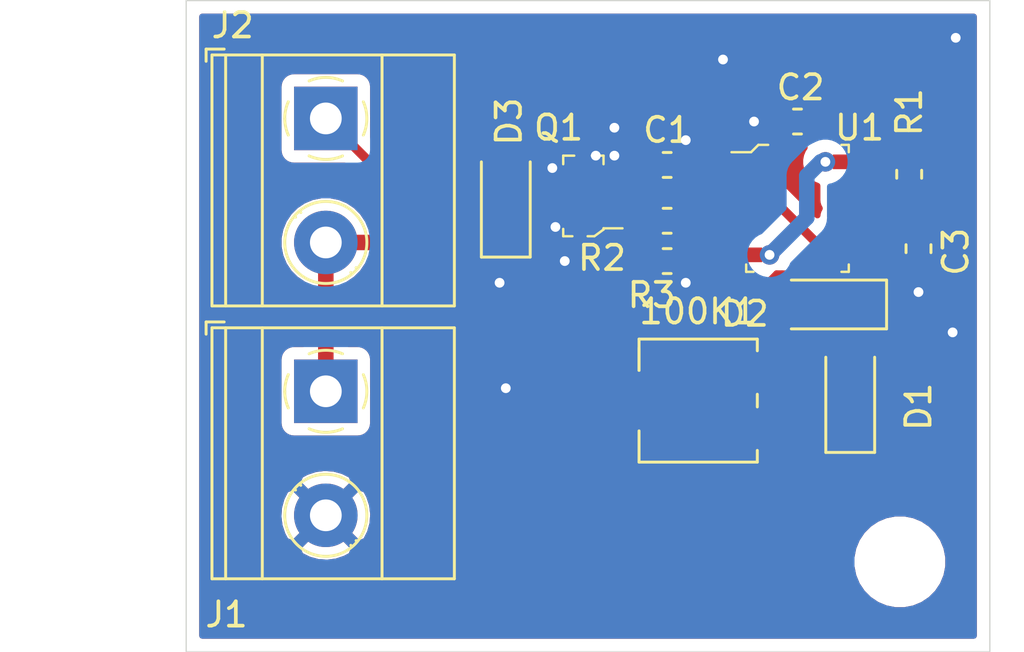
<source format=kicad_pcb>
(kicad_pcb (version 20171130) (host pcbnew 5.1.6-c6e7f7d~87~ubuntu18.04.1)

  (general
    (thickness 1.6)
    (drawings 6)
    (tracks 96)
    (zones 0)
    (modules 15)
    (nets 11)
  )

  (page A4)
  (layers
    (0 F.Cu signal)
    (31 B.Cu signal)
    (32 B.Adhes user)
    (33 F.Adhes user)
    (34 B.Paste user)
    (35 F.Paste user)
    (36 B.SilkS user)
    (37 F.SilkS user)
    (38 B.Mask user)
    (39 F.Mask user)
    (40 Dwgs.User user)
    (41 Cmts.User user)
    (42 Eco1.User user)
    (43 Eco2.User user hide)
    (44 Edge.Cuts user)
    (45 Margin user)
    (46 B.CrtYd user)
    (47 F.CrtYd user)
    (48 B.Fab user)
    (49 F.Fab user hide)
  )

  (setup
    (last_trace_width 0.254)
    (user_trace_width 0.1524)
    (user_trace_width 0.254)
    (user_trace_width 0.381)
    (user_trace_width 0.508)
    (user_trace_width 0.635)
    (trace_clearance 0.2)
    (zone_clearance 0.508)
    (zone_45_only no)
    (trace_min 0.2)
    (via_size 0.8)
    (via_drill 0.4)
    (via_min_size 0.4)
    (via_min_drill 0.3)
    (uvia_size 0.3)
    (uvia_drill 0.1)
    (uvias_allowed no)
    (uvia_min_size 0.2)
    (uvia_min_drill 0.1)
    (edge_width 0.05)
    (segment_width 0.2)
    (pcb_text_width 0.3)
    (pcb_text_size 1.5 1.5)
    (mod_edge_width 0.12)
    (mod_text_size 1 1)
    (mod_text_width 0.15)
    (pad_size 1.524 1.524)
    (pad_drill 0.762)
    (pad_to_mask_clearance 0.05)
    (aux_axis_origin 0 0)
    (visible_elements FFFFFF7F)
    (pcbplotparams
      (layerselection 0x010fc_ffffffff)
      (usegerberextensions false)
      (usegerberattributes true)
      (usegerberadvancedattributes true)
      (creategerberjobfile true)
      (excludeedgelayer true)
      (linewidth 0.100000)
      (plotframeref false)
      (viasonmask false)
      (mode 1)
      (useauxorigin false)
      (hpglpennumber 1)
      (hpglpenspeed 20)
      (hpglpendiameter 15.000000)
      (psnegative false)
      (psa4output false)
      (plotreference true)
      (plotvalue true)
      (plotinvisibletext false)
      (padsonsilk false)
      (subtractmaskfromsilk false)
      (outputformat 1)
      (mirror false)
      (drillshape 0)
      (scaleselection 1)
      (outputdirectory "../production/gerbers"))
  )

  (net 0 "")
  (net 1 GND)
  (net 2 +12V)
  (net 3 "Net-(Q1-Pad1)")
  (net 4 "Net-(100K1-Pad1)")
  (net 5 "Net-(100K1-Pad2)")
  (net 6 "Net-(100K1-Pad3)")
  (net 7 "Net-(C1-Pad1)")
  (net 8 "Net-(D1-Pad2)")
  (net 9 "Net-(R2-Pad1)")
  (net 10 /M-)

  (net_class Default "This is the default net class."
    (clearance 0.2)
    (trace_width 0.25)
    (via_dia 0.8)
    (via_drill 0.4)
    (uvia_dia 0.3)
    (uvia_drill 0.1)
    (add_net +12V)
    (add_net /M-)
    (add_net GND)
    (add_net "Net-(100K1-Pad1)")
    (add_net "Net-(100K1-Pad2)")
    (add_net "Net-(100K1-Pad3)")
    (add_net "Net-(C1-Pad1)")
    (add_net "Net-(D1-Pad2)")
    (add_net "Net-(Q1-Pad1)")
    (add_net "Net-(R2-Pad1)")
  )

  (module Potentiometer_SMD:Potentiometer_Bourns_3214J_Horizontal (layer F.Cu) (tedit 5A3D7171) (tstamp 61BEDF7D)
    (at 164.465 100.203)
    (descr "Potentiometer, horizontal, Bourns 3214J, https://www.bourns.com/docs/Product-Datasheets/3214.pdf")
    (tags "Potentiometer horizontal Bourns 3214J")
    (path /61C001A0)
    (attr smd)
    (fp_text reference 100K1 (at 0 -3.65) (layer F.SilkS)
      (effects (font (size 1 1) (thickness 0.15)))
    )
    (fp_text value R_POT_TRIM (at 0 3.65) (layer F.Fab)
      (effects (font (size 1 1) (thickness 0.15)))
    )
    (fp_text user %R (at 0 0) (layer F.Fab)
      (effects (font (size 1 1) (thickness 0.15)))
    )
    (fp_line (start -2.3 -2.4) (end -2.3 2.4) (layer F.Fab) (width 0.1))
    (fp_line (start -2.3 2.4) (end 2.3 2.4) (layer F.Fab) (width 0.1))
    (fp_line (start 2.3 2.4) (end 2.3 -2.4) (layer F.Fab) (width 0.1))
    (fp_line (start 2.3 -2.4) (end -2.3 -2.4) (layer F.Fab) (width 0.1))
    (fp_line (start -2.3 -2.02) (end -2.3 -0.24) (layer F.Fab) (width 0.1))
    (fp_line (start -2.3 -0.24) (end -2.3 -0.24) (layer F.Fab) (width 0.1))
    (fp_line (start -2.3 -0.24) (end -2.3 -2.02) (layer F.Fab) (width 0.1))
    (fp_line (start -2.3 -2.02) (end -2.3 -2.02) (layer F.Fab) (width 0.1))
    (fp_line (start -2.3 -1.13) (end -2.3 -1.13) (layer F.Fab) (width 0.1))
    (fp_line (start -2.42 -2.52) (end 2.42 -2.52) (layer F.SilkS) (width 0.12))
    (fp_line (start -2.42 2.52) (end 2.42 2.52) (layer F.SilkS) (width 0.12))
    (fp_line (start -2.42 -2.52) (end -2.42 -1.24) (layer F.SilkS) (width 0.12))
    (fp_line (start -2.42 1.24) (end -2.42 2.52) (layer F.SilkS) (width 0.12))
    (fp_line (start 2.42 -2.52) (end 2.42 -2.04) (layer F.SilkS) (width 0.12))
    (fp_line (start 2.42 -0.26) (end 2.42 0.26) (layer F.SilkS) (width 0.12))
    (fp_line (start 2.42 2.04) (end 2.42 2.52) (layer F.SilkS) (width 0.12))
    (fp_line (start -2.42 -2.14) (end -2.42 -2.14) (layer F.SilkS) (width 0.12))
    (fp_line (start -2.42 -2.14) (end -2.42 -1.24) (layer F.SilkS) (width 0.12))
    (fp_line (start -2.42 -2.14) (end -2.42 -1.24) (layer F.SilkS) (width 0.12))
    (fp_line (start -3.25 -2.65) (end -3.25 2.65) (layer F.CrtYd) (width 0.05))
    (fp_line (start -3.25 2.65) (end 3.25 2.65) (layer F.CrtYd) (width 0.05))
    (fp_line (start 3.25 2.65) (end 3.25 -2.65) (layer F.CrtYd) (width 0.05))
    (fp_line (start 3.25 -2.65) (end -3.25 -2.65) (layer F.CrtYd) (width 0.05))
    (pad 3 smd rect (at 2 1.15) (size 2 1.3) (layers F.Cu F.Paste F.Mask)
      (net 6 "Net-(100K1-Pad3)"))
    (pad 2 smd rect (at -2 0) (size 2 2) (layers F.Cu F.Paste F.Mask)
      (net 5 "Net-(100K1-Pad2)"))
    (pad 1 smd rect (at 2 -1.15) (size 2 1.3) (layers F.Cu F.Paste F.Mask)
      (net 4 "Net-(100K1-Pad1)"))
    (model ${KISYS3DMOD}/Potentiometer_SMD.3dshapes/Potentiometer_Bourns_3214J_Horizontal.wrl
      (at (xyz 0 0 0))
      (scale (xyz 1 1 1))
      (rotate (xyz 0 0 0))
    )
  )

  (module digikey-footprints:SOIC-8_W3.9mm (layer F.Cu) (tedit 5D28A544) (tstamp 61BEE0CF)
    (at 168.529 92.329 270)
    (path /61BEF71B)
    (attr smd)
    (fp_text reference U1 (at -3.302 -2.54) (layer F.SilkS)
      (effects (font (size 1 1) (thickness 0.15)))
    )
    (fp_text value NE555DR (at 0.06604 4.80314 90) (layer F.Fab)
      (effects (font (size 1 1) (thickness 0.15)))
    )
    (fp_text user %R (at 0 0 90) (layer F.Fab)
      (effects (font (size 1 1) (thickness 0.15)))
    )
    (fp_line (start -2.7 -3.7) (end 2.7 -3.7) (layer F.CrtYd) (width 0.05))
    (fp_line (start -2.7 3.7) (end 2.7 3.7) (layer F.CrtYd) (width 0.05))
    (fp_line (start -2.7 -3.7) (end -2.7 3.7) (layer F.CrtYd) (width 0.05))
    (fp_line (start 2.7 -3.7) (end 2.7 3.7) (layer F.CrtYd) (width 0.05))
    (fp_line (start -2.6 1.2) (end -2.6 1.6) (layer F.SilkS) (width 0.1))
    (fp_line (start -2.6 1.6) (end -2.3 1.9) (layer F.SilkS) (width 0.1))
    (fp_line (start -2.3 1.9) (end -2.3 2.7) (layer F.SilkS) (width 0.1))
    (fp_line (start -2.45 1.55) (end -2.45 -1.95) (layer F.Fab) (width 0.1))
    (fp_line (start -2.05 1.95) (end 2.45 1.95) (layer F.Fab) (width 0.1))
    (fp_line (start -2.45 1.55) (end -2.05 1.95) (layer F.Fab) (width 0.1))
    (fp_line (start 2.3 2.1) (end 2.6 2.1) (layer F.SilkS) (width 0.1))
    (fp_line (start 2.6 2.1) (end 2.6 1.8) (layer F.SilkS) (width 0.1))
    (fp_line (start -2.3 -2.1) (end -2.6 -2.1) (layer F.SilkS) (width 0.1))
    (fp_line (start -2.6 -2.1) (end -2.6 -1.8) (layer F.SilkS) (width 0.1))
    (fp_line (start 2.3 -2.1) (end 2.6 -2.1) (layer F.SilkS) (width 0.1))
    (fp_line (start 2.6 -2.1) (end 2.6 -1.8) (layer F.SilkS) (width 0.1))
    (fp_line (start -2.45 -1.95) (end 2.45 -1.95) (layer F.Fab) (width 0.1))
    (fp_line (start 2.45 -1.95) (end 2.45 1.95) (layer F.Fab) (width 0.1))
    (pad 3 smd rect (at 0.635 2.45 270) (size 0.6 2) (layers F.Cu F.Paste F.Mask)
      (net 9 "Net-(R2-Pad1)"))
    (pad 8 smd rect (at -1.905 -2.45 270) (size 0.6 2) (layers F.Cu F.Paste F.Mask)
      (net 2 +12V))
    (pad 7 smd rect (at -0.635 -2.45 270) (size 0.6 2) (layers F.Cu F.Paste F.Mask)
      (net 8 "Net-(D1-Pad2)"))
    (pad 6 smd rect (at 0.635 -2.45 270) (size 0.6 2) (layers F.Cu F.Paste F.Mask)
      (net 5 "Net-(100K1-Pad2)"))
    (pad 5 smd rect (at 1.905 -2.45 270) (size 0.6 2) (layers F.Cu F.Paste F.Mask)
      (net 7 "Net-(C1-Pad1)"))
    (pad 4 smd rect (at 1.905 2.45 270) (size 0.6 2) (layers F.Cu F.Paste F.Mask)
      (net 2 +12V))
    (pad 2 smd rect (at -0.635 2.45 270) (size 0.6 2) (layers F.Cu F.Paste F.Mask)
      (net 7 "Net-(C1-Pad1)"))
    (pad 1 smd rect (at -1.905 2.45 270) (size 0.6 2) (layers F.Cu F.Paste F.Mask)
      (net 1 GND))
    (model /home/jf/Documents/KiCAD/advent-calendar-of-circuits-2021/lib/3d/SO8.STEP
      (offset (xyz 14.3002 -6.35 0.3302))
      (scale (xyz 1 1 1))
      (rotate (xyz -90 0 0))
    )
  )

  (module Resistor_SMD:R_0603_1608Metric (layer F.Cu) (tedit 5B301BBD) (tstamp 61BEE0B0)
    (at 163.195 94.488)
    (descr "Resistor SMD 0603 (1608 Metric), square (rectangular) end terminal, IPC_7351 nominal, (Body size source: http://www.tortai-tech.com/upload/download/2011102023233369053.pdf), generated with kicad-footprint-generator")
    (tags resistor)
    (path /61C0E60E)
    (attr smd)
    (fp_text reference R3 (at -0.635 1.397) (layer F.SilkS)
      (effects (font (size 1 1) (thickness 0.15)))
    )
    (fp_text value 10K (at 0 1.43) (layer F.Fab)
      (effects (font (size 1 1) (thickness 0.15)))
    )
    (fp_text user %R (at 0 0) (layer F.Fab)
      (effects (font (size 0.4 0.4) (thickness 0.06)))
    )
    (fp_line (start -0.8 0.4) (end -0.8 -0.4) (layer F.Fab) (width 0.1))
    (fp_line (start -0.8 -0.4) (end 0.8 -0.4) (layer F.Fab) (width 0.1))
    (fp_line (start 0.8 -0.4) (end 0.8 0.4) (layer F.Fab) (width 0.1))
    (fp_line (start 0.8 0.4) (end -0.8 0.4) (layer F.Fab) (width 0.1))
    (fp_line (start -0.162779 -0.51) (end 0.162779 -0.51) (layer F.SilkS) (width 0.12))
    (fp_line (start -0.162779 0.51) (end 0.162779 0.51) (layer F.SilkS) (width 0.12))
    (fp_line (start -1.48 0.73) (end -1.48 -0.73) (layer F.CrtYd) (width 0.05))
    (fp_line (start -1.48 -0.73) (end 1.48 -0.73) (layer F.CrtYd) (width 0.05))
    (fp_line (start 1.48 -0.73) (end 1.48 0.73) (layer F.CrtYd) (width 0.05))
    (fp_line (start 1.48 0.73) (end -1.48 0.73) (layer F.CrtYd) (width 0.05))
    (pad 2 smd roundrect (at 0.7875 0) (size 0.875 0.95) (layers F.Cu F.Paste F.Mask) (roundrect_rratio 0.25)
      (net 1 GND))
    (pad 1 smd roundrect (at -0.7875 0) (size 0.875 0.95) (layers F.Cu F.Paste F.Mask) (roundrect_rratio 0.25)
      (net 3 "Net-(Q1-Pad1)"))
    (model ${KISYS3DMOD}/Resistor_SMD.3dshapes/R_0603_1608Metric.wrl
      (at (xyz 0 0 0))
      (scale (xyz 1 1 1))
      (rotate (xyz 0 0 0))
    )
  )

  (module Resistor_SMD:R_0603_1608Metric (layer F.Cu) (tedit 5B301BBD) (tstamp 61BEE09F)
    (at 163.195 92.837 180)
    (descr "Resistor SMD 0603 (1608 Metric), square (rectangular) end terminal, IPC_7351 nominal, (Body size source: http://www.tortai-tech.com/upload/download/2011102023233369053.pdf), generated with kicad-footprint-generator")
    (tags resistor)
    (path /61AEDDC3)
    (attr smd)
    (fp_text reference R2 (at 2.667 -1.524) (layer F.SilkS)
      (effects (font (size 1 1) (thickness 0.15)))
    )
    (fp_text value 1K (at 0 1.43) (layer F.Fab)
      (effects (font (size 1 1) (thickness 0.15)))
    )
    (fp_text user %R (at 0 0) (layer F.Fab)
      (effects (font (size 0.4 0.4) (thickness 0.06)))
    )
    (fp_line (start -0.8 0.4) (end -0.8 -0.4) (layer F.Fab) (width 0.1))
    (fp_line (start -0.8 -0.4) (end 0.8 -0.4) (layer F.Fab) (width 0.1))
    (fp_line (start 0.8 -0.4) (end 0.8 0.4) (layer F.Fab) (width 0.1))
    (fp_line (start 0.8 0.4) (end -0.8 0.4) (layer F.Fab) (width 0.1))
    (fp_line (start -0.162779 -0.51) (end 0.162779 -0.51) (layer F.SilkS) (width 0.12))
    (fp_line (start -0.162779 0.51) (end 0.162779 0.51) (layer F.SilkS) (width 0.12))
    (fp_line (start -1.48 0.73) (end -1.48 -0.73) (layer F.CrtYd) (width 0.05))
    (fp_line (start -1.48 -0.73) (end 1.48 -0.73) (layer F.CrtYd) (width 0.05))
    (fp_line (start 1.48 -0.73) (end 1.48 0.73) (layer F.CrtYd) (width 0.05))
    (fp_line (start 1.48 0.73) (end -1.48 0.73) (layer F.CrtYd) (width 0.05))
    (pad 2 smd roundrect (at 0.7875 0 180) (size 0.875 0.95) (layers F.Cu F.Paste F.Mask) (roundrect_rratio 0.25)
      (net 3 "Net-(Q1-Pad1)"))
    (pad 1 smd roundrect (at -0.7875 0 180) (size 0.875 0.95) (layers F.Cu F.Paste F.Mask) (roundrect_rratio 0.25)
      (net 9 "Net-(R2-Pad1)"))
    (model ${KISYS3DMOD}/Resistor_SMD.3dshapes/R_0603_1608Metric.wrl
      (at (xyz 0 0 0))
      (scale (xyz 1 1 1))
      (rotate (xyz 0 0 0))
    )
  )

  (module Resistor_SMD:R_0603_1608Metric (layer F.Cu) (tedit 5B301BBD) (tstamp 61BEE08E)
    (at 173.101 90.932 270)
    (descr "Resistor SMD 0603 (1608 Metric), square (rectangular) end terminal, IPC_7351 nominal, (Body size source: http://www.tortai-tech.com/upload/download/2011102023233369053.pdf), generated with kicad-footprint-generator")
    (tags resistor)
    (path /61C77FB8)
    (attr smd)
    (fp_text reference R1 (at -2.54 0 90) (layer F.SilkS)
      (effects (font (size 1 1) (thickness 0.15)))
    )
    (fp_text value 1K (at 0 1.43 90) (layer F.Fab)
      (effects (font (size 1 1) (thickness 0.15)))
    )
    (fp_text user %R (at 0 0 90) (layer F.Fab)
      (effects (font (size 0.4 0.4) (thickness 0.06)))
    )
    (fp_line (start -0.8 0.4) (end -0.8 -0.4) (layer F.Fab) (width 0.1))
    (fp_line (start -0.8 -0.4) (end 0.8 -0.4) (layer F.Fab) (width 0.1))
    (fp_line (start 0.8 -0.4) (end 0.8 0.4) (layer F.Fab) (width 0.1))
    (fp_line (start 0.8 0.4) (end -0.8 0.4) (layer F.Fab) (width 0.1))
    (fp_line (start -0.162779 -0.51) (end 0.162779 -0.51) (layer F.SilkS) (width 0.12))
    (fp_line (start -0.162779 0.51) (end 0.162779 0.51) (layer F.SilkS) (width 0.12))
    (fp_line (start -1.48 0.73) (end -1.48 -0.73) (layer F.CrtYd) (width 0.05))
    (fp_line (start -1.48 -0.73) (end 1.48 -0.73) (layer F.CrtYd) (width 0.05))
    (fp_line (start 1.48 -0.73) (end 1.48 0.73) (layer F.CrtYd) (width 0.05))
    (fp_line (start 1.48 0.73) (end -1.48 0.73) (layer F.CrtYd) (width 0.05))
    (pad 2 smd roundrect (at 0.7875 0 270) (size 0.875 0.95) (layers F.Cu F.Paste F.Mask) (roundrect_rratio 0.25)
      (net 8 "Net-(D1-Pad2)"))
    (pad 1 smd roundrect (at -0.7875 0 270) (size 0.875 0.95) (layers F.Cu F.Paste F.Mask) (roundrect_rratio 0.25)
      (net 2 +12V))
    (model ${KISYS3DMOD}/Resistor_SMD.3dshapes/R_0603_1608Metric.wrl
      (at (xyz 0 0 0))
      (scale (xyz 1 1 1))
      (rotate (xyz 0 0 0))
    )
  )

  (module digikey-footprints:SOT-23-3 (layer F.Cu) (tedit 5D28A5E3) (tstamp 61BEE07D)
    (at 159.766 91.821 180)
    (path /61CB61E4)
    (attr smd)
    (fp_text reference Q1 (at 1.016 2.794) (layer F.SilkS)
      (effects (font (size 1 1) (thickness 0.15)))
    )
    (fp_text value AO3401A (at 0.025 3.25) (layer F.Fab)
      (effects (font (size 1 1) (thickness 0.15)))
    )
    (fp_text user %R (at -0.125 0.15) (layer F.Fab)
      (effects (font (size 0.25 0.25) (thickness 0.05)))
    )
    (fp_line (start -1.825 -1.95) (end 1.825 -1.95) (layer F.CrtYd) (width 0.05))
    (fp_line (start -1.825 -1.95) (end -1.825 1.95) (layer F.CrtYd) (width 0.05))
    (fp_line (start 1.825 1.95) (end -1.825 1.95) (layer F.CrtYd) (width 0.05))
    (fp_line (start 1.825 -1.95) (end 1.825 1.95) (layer F.CrtYd) (width 0.05))
    (fp_line (start -0.175 -1.65) (end -0.45 -1.65) (layer F.SilkS) (width 0.1))
    (fp_line (start -0.45 -1.65) (end -0.825 -1.375) (layer F.SilkS) (width 0.1))
    (fp_line (start -0.825 -1.375) (end -0.825 -1.325) (layer F.SilkS) (width 0.1))
    (fp_line (start -0.825 -1.325) (end -1.6 -1.325) (layer F.SilkS) (width 0.1))
    (fp_line (start -0.7 -1.325) (end -0.7 1.525) (layer F.Fab) (width 0.1))
    (fp_line (start -0.425 -1.525) (end 0.7 -1.525) (layer F.Fab) (width 0.1))
    (fp_line (start -0.425 -1.525) (end -0.7 -1.325) (layer F.Fab) (width 0.1))
    (fp_line (start -0.35 1.65) (end -0.825 1.65) (layer F.SilkS) (width 0.1))
    (fp_line (start -0.825 1.65) (end -0.825 1.3) (layer F.SilkS) (width 0.1))
    (fp_line (start 0.825 1.425) (end 0.825 1.3) (layer F.SilkS) (width 0.1))
    (fp_line (start 0.825 1.35) (end 0.825 1.65) (layer F.SilkS) (width 0.1))
    (fp_line (start 0.825 1.65) (end 0.375 1.65) (layer F.SilkS) (width 0.1))
    (fp_line (start 0.45 -1.65) (end 0.825 -1.65) (layer F.SilkS) (width 0.1))
    (fp_line (start 0.825 -1.65) (end 0.825 -1.35) (layer F.SilkS) (width 0.1))
    (fp_line (start -0.7 1.52) (end 0.7 1.52) (layer F.Fab) (width 0.1))
    (fp_line (start 0.7 1.52) (end 0.7 -1.52) (layer F.Fab) (width 0.1))
    (pad 1 smd rect (at -1.05 -0.95 180) (size 1.3 0.6) (layers F.Cu F.Paste F.Mask)
      (net 3 "Net-(Q1-Pad1)") (solder_mask_margin 0.07))
    (pad 2 smd rect (at -1.05 0.95 180) (size 1.3 0.6) (layers F.Cu F.Paste F.Mask)
      (net 1 GND) (solder_mask_margin 0.07))
    (pad 3 smd rect (at 1.05 0 180) (size 1.3 0.6) (layers F.Cu F.Paste F.Mask)
      (net 10 /M-) (solder_mask_margin 0.07))
    (model ${KISYS3DMOD}/Package_TO_SOT_SMD.3dshapes/SOT-23.wrl
      (at (xyz 0 0 0))
      (scale (xyz 1 1 1))
      (rotate (xyz 0 0 0))
    )
  )

  (module TerminalBlock_Phoenix:TerminalBlock_Phoenix_MKDS-1,5-2-5.08_1x02_P5.08mm_Horizontal (layer F.Cu) (tedit 5B294EBC) (tstamp 61BEE061)
    (at 149.225 88.646 270)
    (descr "Terminal Block Phoenix MKDS-1,5-2-5.08, 2 pins, pitch 5.08mm, size 10.2x9.8mm^2, drill diamater 1.3mm, pad diameter 2.6mm, see http://www.farnell.com/datasheets/100425.pdf, script-generated using https://github.com/pointhi/kicad-footprint-generator/scripts/TerminalBlock_Phoenix")
    (tags "THT Terminal Block Phoenix MKDS-1,5-2-5.08 pitch 5.08mm size 10.2x9.8mm^2 drill 1.3mm pad 2.6mm")
    (path /61B27905)
    (fp_text reference J2 (at -3.81 3.81 180) (layer F.SilkS)
      (effects (font (size 1 1) (thickness 0.15)))
    )
    (fp_text value Conn_01x02 (at 2.54 5.66 90) (layer F.Fab)
      (effects (font (size 1 1) (thickness 0.15)))
    )
    (fp_text user %R (at 2.54 3.2 90) (layer F.Fab)
      (effects (font (size 1 1) (thickness 0.15)))
    )
    (fp_arc (start 0 0) (end -0.684 1.535) (angle -25) (layer F.SilkS) (width 0.12))
    (fp_arc (start 0 0) (end -1.535 -0.684) (angle -48) (layer F.SilkS) (width 0.12))
    (fp_arc (start 0 0) (end 0.684 -1.535) (angle -48) (layer F.SilkS) (width 0.12))
    (fp_arc (start 0 0) (end 1.535 0.684) (angle -48) (layer F.SilkS) (width 0.12))
    (fp_arc (start 0 0) (end 0 1.68) (angle -24) (layer F.SilkS) (width 0.12))
    (fp_circle (center 0 0) (end 1.5 0) (layer F.Fab) (width 0.1))
    (fp_circle (center 5.08 0) (end 6.58 0) (layer F.Fab) (width 0.1))
    (fp_circle (center 5.08 0) (end 6.76 0) (layer F.SilkS) (width 0.12))
    (fp_line (start -2.54 -5.2) (end 7.62 -5.2) (layer F.Fab) (width 0.1))
    (fp_line (start 7.62 -5.2) (end 7.62 4.6) (layer F.Fab) (width 0.1))
    (fp_line (start 7.62 4.6) (end -2.04 4.6) (layer F.Fab) (width 0.1))
    (fp_line (start -2.04 4.6) (end -2.54 4.1) (layer F.Fab) (width 0.1))
    (fp_line (start -2.54 4.1) (end -2.54 -5.2) (layer F.Fab) (width 0.1))
    (fp_line (start -2.54 4.1) (end 7.62 4.1) (layer F.Fab) (width 0.1))
    (fp_line (start -2.6 4.1) (end 7.68 4.1) (layer F.SilkS) (width 0.12))
    (fp_line (start -2.54 2.6) (end 7.62 2.6) (layer F.Fab) (width 0.1))
    (fp_line (start -2.6 2.6) (end 7.68 2.6) (layer F.SilkS) (width 0.12))
    (fp_line (start -2.54 -2.3) (end 7.62 -2.3) (layer F.Fab) (width 0.1))
    (fp_line (start -2.6 -2.301) (end 7.68 -2.301) (layer F.SilkS) (width 0.12))
    (fp_line (start -2.6 -5.261) (end 7.68 -5.261) (layer F.SilkS) (width 0.12))
    (fp_line (start -2.6 4.66) (end 7.68 4.66) (layer F.SilkS) (width 0.12))
    (fp_line (start -2.6 -5.261) (end -2.6 4.66) (layer F.SilkS) (width 0.12))
    (fp_line (start 7.68 -5.261) (end 7.68 4.66) (layer F.SilkS) (width 0.12))
    (fp_line (start 1.138 -0.955) (end -0.955 1.138) (layer F.Fab) (width 0.1))
    (fp_line (start 0.955 -1.138) (end -1.138 0.955) (layer F.Fab) (width 0.1))
    (fp_line (start 6.218 -0.955) (end 4.126 1.138) (layer F.Fab) (width 0.1))
    (fp_line (start 6.035 -1.138) (end 3.943 0.955) (layer F.Fab) (width 0.1))
    (fp_line (start 6.355 -1.069) (end 6.308 -1.023) (layer F.SilkS) (width 0.12))
    (fp_line (start 4.046 1.239) (end 4.011 1.274) (layer F.SilkS) (width 0.12))
    (fp_line (start 6.15 -1.275) (end 6.115 -1.239) (layer F.SilkS) (width 0.12))
    (fp_line (start 3.853 1.023) (end 3.806 1.069) (layer F.SilkS) (width 0.12))
    (fp_line (start -2.84 4.16) (end -2.84 4.9) (layer F.SilkS) (width 0.12))
    (fp_line (start -2.84 4.9) (end -2.34 4.9) (layer F.SilkS) (width 0.12))
    (fp_line (start -3.04 -5.71) (end -3.04 5.1) (layer F.CrtYd) (width 0.05))
    (fp_line (start -3.04 5.1) (end 8.13 5.1) (layer F.CrtYd) (width 0.05))
    (fp_line (start 8.13 5.1) (end 8.13 -5.71) (layer F.CrtYd) (width 0.05))
    (fp_line (start 8.13 -5.71) (end -3.04 -5.71) (layer F.CrtYd) (width 0.05))
    (pad 2 thru_hole circle (at 5.08 0 270) (size 2.6 2.6) (drill 1.3) (layers *.Cu *.Mask)
      (net 2 +12V))
    (pad 1 thru_hole rect (at 0 0 270) (size 2.6 2.6) (drill 1.3) (layers *.Cu *.Mask)
      (net 10 /M-))
    (model ${KISYS3DMOD}/TerminalBlock_Phoenix.3dshapes/TerminalBlock_Phoenix_MKDS-1,5-2-5.08_1x02_P5.08mm_Horizontal.wrl
      (at (xyz 0 0 0))
      (scale (xyz 1 1 1))
      (rotate (xyz 0 0 0))
    )
  )

  (module TerminalBlock_Phoenix:TerminalBlock_Phoenix_MKDS-1,5-2-5.08_1x02_P5.08mm_Horizontal (layer F.Cu) (tedit 5B294EBC) (tstamp 61BEE035)
    (at 149.225 99.822 270)
    (descr "Terminal Block Phoenix MKDS-1,5-2-5.08, 2 pins, pitch 5.08mm, size 10.2x9.8mm^2, drill diamater 1.3mm, pad diameter 2.6mm, see http://www.farnell.com/datasheets/100425.pdf, script-generated using https://github.com/pointhi/kicad-footprint-generator/scripts/TerminalBlock_Phoenix")
    (tags "THT Terminal Block Phoenix MKDS-1,5-2-5.08 pitch 5.08mm size 10.2x9.8mm^2 drill 1.3mm pad 2.6mm")
    (path /61B274EA)
    (fp_text reference J1 (at 9.144 4.064 180) (layer F.SilkS)
      (effects (font (size 1 1) (thickness 0.15)))
    )
    (fp_text value Conn_01x02 (at 2.54 5.66 90) (layer F.Fab)
      (effects (font (size 1 1) (thickness 0.15)))
    )
    (fp_text user %R (at 2.54 3.2 90) (layer F.Fab)
      (effects (font (size 1 1) (thickness 0.15)))
    )
    (fp_arc (start 0 0) (end -0.684 1.535) (angle -25) (layer F.SilkS) (width 0.12))
    (fp_arc (start 0 0) (end -1.535 -0.684) (angle -48) (layer F.SilkS) (width 0.12))
    (fp_arc (start 0 0) (end 0.684 -1.535) (angle -48) (layer F.SilkS) (width 0.12))
    (fp_arc (start 0 0) (end 1.535 0.684) (angle -48) (layer F.SilkS) (width 0.12))
    (fp_arc (start 0 0) (end 0 1.68) (angle -24) (layer F.SilkS) (width 0.12))
    (fp_circle (center 0 0) (end 1.5 0) (layer F.Fab) (width 0.1))
    (fp_circle (center 5.08 0) (end 6.58 0) (layer F.Fab) (width 0.1))
    (fp_circle (center 5.08 0) (end 6.76 0) (layer F.SilkS) (width 0.12))
    (fp_line (start -2.54 -5.2) (end 7.62 -5.2) (layer F.Fab) (width 0.1))
    (fp_line (start 7.62 -5.2) (end 7.62 4.6) (layer F.Fab) (width 0.1))
    (fp_line (start 7.62 4.6) (end -2.04 4.6) (layer F.Fab) (width 0.1))
    (fp_line (start -2.04 4.6) (end -2.54 4.1) (layer F.Fab) (width 0.1))
    (fp_line (start -2.54 4.1) (end -2.54 -5.2) (layer F.Fab) (width 0.1))
    (fp_line (start -2.54 4.1) (end 7.62 4.1) (layer F.Fab) (width 0.1))
    (fp_line (start -2.6 4.1) (end 7.68 4.1) (layer F.SilkS) (width 0.12))
    (fp_line (start -2.54 2.6) (end 7.62 2.6) (layer F.Fab) (width 0.1))
    (fp_line (start -2.6 2.6) (end 7.68 2.6) (layer F.SilkS) (width 0.12))
    (fp_line (start -2.54 -2.3) (end 7.62 -2.3) (layer F.Fab) (width 0.1))
    (fp_line (start -2.6 -2.301) (end 7.68 -2.301) (layer F.SilkS) (width 0.12))
    (fp_line (start -2.6 -5.261) (end 7.68 -5.261) (layer F.SilkS) (width 0.12))
    (fp_line (start -2.6 4.66) (end 7.68 4.66) (layer F.SilkS) (width 0.12))
    (fp_line (start -2.6 -5.261) (end -2.6 4.66) (layer F.SilkS) (width 0.12))
    (fp_line (start 7.68 -5.261) (end 7.68 4.66) (layer F.SilkS) (width 0.12))
    (fp_line (start 1.138 -0.955) (end -0.955 1.138) (layer F.Fab) (width 0.1))
    (fp_line (start 0.955 -1.138) (end -1.138 0.955) (layer F.Fab) (width 0.1))
    (fp_line (start 6.218 -0.955) (end 4.126 1.138) (layer F.Fab) (width 0.1))
    (fp_line (start 6.035 -1.138) (end 3.943 0.955) (layer F.Fab) (width 0.1))
    (fp_line (start 6.355 -1.069) (end 6.308 -1.023) (layer F.SilkS) (width 0.12))
    (fp_line (start 4.046 1.239) (end 4.011 1.274) (layer F.SilkS) (width 0.12))
    (fp_line (start 6.15 -1.275) (end 6.115 -1.239) (layer F.SilkS) (width 0.12))
    (fp_line (start 3.853 1.023) (end 3.806 1.069) (layer F.SilkS) (width 0.12))
    (fp_line (start -2.84 4.16) (end -2.84 4.9) (layer F.SilkS) (width 0.12))
    (fp_line (start -2.84 4.9) (end -2.34 4.9) (layer F.SilkS) (width 0.12))
    (fp_line (start -3.04 -5.71) (end -3.04 5.1) (layer F.CrtYd) (width 0.05))
    (fp_line (start -3.04 5.1) (end 8.13 5.1) (layer F.CrtYd) (width 0.05))
    (fp_line (start 8.13 5.1) (end 8.13 -5.71) (layer F.CrtYd) (width 0.05))
    (fp_line (start 8.13 -5.71) (end -3.04 -5.71) (layer F.CrtYd) (width 0.05))
    (pad 2 thru_hole circle (at 5.08 0 270) (size 2.6 2.6) (drill 1.3) (layers *.Cu *.Mask)
      (net 1 GND))
    (pad 1 thru_hole rect (at 0 0 270) (size 2.6 2.6) (drill 1.3) (layers *.Cu *.Mask)
      (net 2 +12V))
    (model ${KISYS3DMOD}/TerminalBlock_Phoenix.3dshapes/TerminalBlock_Phoenix_MKDS-1,5-2-5.08_1x02_P5.08mm_Horizontal.wrl
      (at (xyz 0 0 0))
      (scale (xyz 1 1 1))
      (rotate (xyz 0 0 0))
    )
  )

  (module Diode_SMD:D_SOD-123 (layer F.Cu) (tedit 58645DC7) (tstamp 61BEDFFB)
    (at 156.591 92.075 90)
    (descr SOD-123)
    (tags SOD-123)
    (path /61BF68D8)
    (attr smd)
    (fp_text reference D3 (at 3.302 0.127 90) (layer F.SilkS)
      (effects (font (size 1 1) (thickness 0.15)))
    )
    (fp_text value D_Small (at 0 2.1 90) (layer F.Fab)
      (effects (font (size 1 1) (thickness 0.15)))
    )
    (fp_text user %R (at 0 -2 90) (layer F.Fab)
      (effects (font (size 1 1) (thickness 0.15)))
    )
    (fp_line (start -2.25 -1) (end -2.25 1) (layer F.SilkS) (width 0.12))
    (fp_line (start 0.25 0) (end 0.75 0) (layer F.Fab) (width 0.1))
    (fp_line (start 0.25 0.4) (end -0.35 0) (layer F.Fab) (width 0.1))
    (fp_line (start 0.25 -0.4) (end 0.25 0.4) (layer F.Fab) (width 0.1))
    (fp_line (start -0.35 0) (end 0.25 -0.4) (layer F.Fab) (width 0.1))
    (fp_line (start -0.35 0) (end -0.35 0.55) (layer F.Fab) (width 0.1))
    (fp_line (start -0.35 0) (end -0.35 -0.55) (layer F.Fab) (width 0.1))
    (fp_line (start -0.75 0) (end -0.35 0) (layer F.Fab) (width 0.1))
    (fp_line (start -1.4 0.9) (end -1.4 -0.9) (layer F.Fab) (width 0.1))
    (fp_line (start 1.4 0.9) (end -1.4 0.9) (layer F.Fab) (width 0.1))
    (fp_line (start 1.4 -0.9) (end 1.4 0.9) (layer F.Fab) (width 0.1))
    (fp_line (start -1.4 -0.9) (end 1.4 -0.9) (layer F.Fab) (width 0.1))
    (fp_line (start -2.35 -1.15) (end 2.35 -1.15) (layer F.CrtYd) (width 0.05))
    (fp_line (start 2.35 -1.15) (end 2.35 1.15) (layer F.CrtYd) (width 0.05))
    (fp_line (start 2.35 1.15) (end -2.35 1.15) (layer F.CrtYd) (width 0.05))
    (fp_line (start -2.35 -1.15) (end -2.35 1.15) (layer F.CrtYd) (width 0.05))
    (fp_line (start -2.25 1) (end 1.65 1) (layer F.SilkS) (width 0.12))
    (fp_line (start -2.25 -1) (end 1.65 -1) (layer F.SilkS) (width 0.12))
    (pad 2 smd rect (at 1.65 0 90) (size 0.9 1.2) (layers F.Cu F.Paste F.Mask)
      (net 10 /M-))
    (pad 1 smd rect (at -1.65 0 90) (size 0.9 1.2) (layers F.Cu F.Paste F.Mask)
      (net 2 +12V))
    (model ${KISYS3DMOD}/Diode_SMD.3dshapes/D_SOD-123.wrl
      (at (xyz 0 0 0))
      (scale (xyz 1 1 1))
      (rotate (xyz 0 0 0))
    )
  )

  (module Diode_SMD:D_SOD-123 (layer F.Cu) (tedit 58645DC7) (tstamp 61BEDFE2)
    (at 169.926 96.266 180)
    (descr SOD-123)
    (tags SOD-123)
    (path /61C8BB6E)
    (attr smd)
    (fp_text reference D2 (at 3.556 -0.381) (layer F.SilkS)
      (effects (font (size 1 1) (thickness 0.15)))
    )
    (fp_text value D_Small (at 0 2.1) (layer F.Fab)
      (effects (font (size 1 1) (thickness 0.15)))
    )
    (fp_text user %R (at 0 -2) (layer F.Fab)
      (effects (font (size 1 1) (thickness 0.15)))
    )
    (fp_line (start -2.25 -1) (end -2.25 1) (layer F.SilkS) (width 0.12))
    (fp_line (start 0.25 0) (end 0.75 0) (layer F.Fab) (width 0.1))
    (fp_line (start 0.25 0.4) (end -0.35 0) (layer F.Fab) (width 0.1))
    (fp_line (start 0.25 -0.4) (end 0.25 0.4) (layer F.Fab) (width 0.1))
    (fp_line (start -0.35 0) (end 0.25 -0.4) (layer F.Fab) (width 0.1))
    (fp_line (start -0.35 0) (end -0.35 0.55) (layer F.Fab) (width 0.1))
    (fp_line (start -0.35 0) (end -0.35 -0.55) (layer F.Fab) (width 0.1))
    (fp_line (start -0.75 0) (end -0.35 0) (layer F.Fab) (width 0.1))
    (fp_line (start -1.4 0.9) (end -1.4 -0.9) (layer F.Fab) (width 0.1))
    (fp_line (start 1.4 0.9) (end -1.4 0.9) (layer F.Fab) (width 0.1))
    (fp_line (start 1.4 -0.9) (end 1.4 0.9) (layer F.Fab) (width 0.1))
    (fp_line (start -1.4 -0.9) (end 1.4 -0.9) (layer F.Fab) (width 0.1))
    (fp_line (start -2.35 -1.15) (end 2.35 -1.15) (layer F.CrtYd) (width 0.05))
    (fp_line (start 2.35 -1.15) (end 2.35 1.15) (layer F.CrtYd) (width 0.05))
    (fp_line (start 2.35 1.15) (end -2.35 1.15) (layer F.CrtYd) (width 0.05))
    (fp_line (start -2.35 -1.15) (end -2.35 1.15) (layer F.CrtYd) (width 0.05))
    (fp_line (start -2.25 1) (end 1.65 1) (layer F.SilkS) (width 0.12))
    (fp_line (start -2.25 -1) (end 1.65 -1) (layer F.SilkS) (width 0.12))
    (pad 2 smd rect (at 1.65 0 180) (size 0.9 1.2) (layers F.Cu F.Paste F.Mask)
      (net 4 "Net-(100K1-Pad1)"))
    (pad 1 smd rect (at -1.65 0 180) (size 0.9 1.2) (layers F.Cu F.Paste F.Mask)
      (net 8 "Net-(D1-Pad2)"))
    (model ${KISYS3DMOD}/Diode_SMD.3dshapes/D_SOD-123.wrl
      (at (xyz 0 0 0))
      (scale (xyz 1 1 1))
      (rotate (xyz 0 0 0))
    )
  )

  (module Diode_SMD:D_SOD-123 (layer F.Cu) (tedit 58645DC7) (tstamp 61BEDFC9)
    (at 170.688 100.076 90)
    (descr SOD-123)
    (tags SOD-123)
    (path /61C8B4CF)
    (attr smd)
    (fp_text reference D1 (at -0.381 2.794 90) (layer F.SilkS)
      (effects (font (size 1 1) (thickness 0.15)))
    )
    (fp_text value D_Small (at 0 2.1 90) (layer F.Fab)
      (effects (font (size 1 1) (thickness 0.15)))
    )
    (fp_text user %R (at 0 -2 90) (layer F.Fab)
      (effects (font (size 1 1) (thickness 0.15)))
    )
    (fp_line (start -2.25 -1) (end -2.25 1) (layer F.SilkS) (width 0.12))
    (fp_line (start 0.25 0) (end 0.75 0) (layer F.Fab) (width 0.1))
    (fp_line (start 0.25 0.4) (end -0.35 0) (layer F.Fab) (width 0.1))
    (fp_line (start 0.25 -0.4) (end 0.25 0.4) (layer F.Fab) (width 0.1))
    (fp_line (start -0.35 0) (end 0.25 -0.4) (layer F.Fab) (width 0.1))
    (fp_line (start -0.35 0) (end -0.35 0.55) (layer F.Fab) (width 0.1))
    (fp_line (start -0.35 0) (end -0.35 -0.55) (layer F.Fab) (width 0.1))
    (fp_line (start -0.75 0) (end -0.35 0) (layer F.Fab) (width 0.1))
    (fp_line (start -1.4 0.9) (end -1.4 -0.9) (layer F.Fab) (width 0.1))
    (fp_line (start 1.4 0.9) (end -1.4 0.9) (layer F.Fab) (width 0.1))
    (fp_line (start 1.4 -0.9) (end 1.4 0.9) (layer F.Fab) (width 0.1))
    (fp_line (start -1.4 -0.9) (end 1.4 -0.9) (layer F.Fab) (width 0.1))
    (fp_line (start -2.35 -1.15) (end 2.35 -1.15) (layer F.CrtYd) (width 0.05))
    (fp_line (start 2.35 -1.15) (end 2.35 1.15) (layer F.CrtYd) (width 0.05))
    (fp_line (start 2.35 1.15) (end -2.35 1.15) (layer F.CrtYd) (width 0.05))
    (fp_line (start -2.35 -1.15) (end -2.35 1.15) (layer F.CrtYd) (width 0.05))
    (fp_line (start -2.25 1) (end 1.65 1) (layer F.SilkS) (width 0.12))
    (fp_line (start -2.25 -1) (end 1.65 -1) (layer F.SilkS) (width 0.12))
    (pad 2 smd rect (at 1.65 0 90) (size 0.9 1.2) (layers F.Cu F.Paste F.Mask)
      (net 8 "Net-(D1-Pad2)"))
    (pad 1 smd rect (at -1.65 0 90) (size 0.9 1.2) (layers F.Cu F.Paste F.Mask)
      (net 6 "Net-(100K1-Pad3)"))
    (model ${KISYS3DMOD}/Diode_SMD.3dshapes/D_SOD-123.wrl
      (at (xyz 0 0 0))
      (scale (xyz 1 1 1))
      (rotate (xyz 0 0 0))
    )
  )

  (module Capacitor_SMD:C_0603_1608Metric (layer F.Cu) (tedit 5B301BBE) (tstamp 61BEDFB0)
    (at 173.482 93.98 270)
    (descr "Capacitor SMD 0603 (1608 Metric), square (rectangular) end terminal, IPC_7351 nominal, (Body size source: http://www.tortai-tech.com/upload/download/2011102023233369053.pdf), generated with kicad-footprint-generator")
    (tags capacitor)
    (path /61C8368E)
    (attr smd)
    (fp_text reference C3 (at 0.127 -1.524 90) (layer F.SilkS)
      (effects (font (size 1 1) (thickness 0.15)))
    )
    (fp_text value 100n (at 0 1.43 90) (layer F.Fab)
      (effects (font (size 1 1) (thickness 0.15)))
    )
    (fp_text user %R (at 0 0 90) (layer F.Fab)
      (effects (font (size 0.4 0.4) (thickness 0.06)))
    )
    (fp_line (start -0.8 0.4) (end -0.8 -0.4) (layer F.Fab) (width 0.1))
    (fp_line (start -0.8 -0.4) (end 0.8 -0.4) (layer F.Fab) (width 0.1))
    (fp_line (start 0.8 -0.4) (end 0.8 0.4) (layer F.Fab) (width 0.1))
    (fp_line (start 0.8 0.4) (end -0.8 0.4) (layer F.Fab) (width 0.1))
    (fp_line (start -0.162779 -0.51) (end 0.162779 -0.51) (layer F.SilkS) (width 0.12))
    (fp_line (start -0.162779 0.51) (end 0.162779 0.51) (layer F.SilkS) (width 0.12))
    (fp_line (start -1.48 0.73) (end -1.48 -0.73) (layer F.CrtYd) (width 0.05))
    (fp_line (start -1.48 -0.73) (end 1.48 -0.73) (layer F.CrtYd) (width 0.05))
    (fp_line (start 1.48 -0.73) (end 1.48 0.73) (layer F.CrtYd) (width 0.05))
    (fp_line (start 1.48 0.73) (end -1.48 0.73) (layer F.CrtYd) (width 0.05))
    (pad 2 smd roundrect (at 0.7875 0 270) (size 0.875 0.95) (layers F.Cu F.Paste F.Mask) (roundrect_rratio 0.25)
      (net 1 GND))
    (pad 1 smd roundrect (at -0.7875 0 270) (size 0.875 0.95) (layers F.Cu F.Paste F.Mask) (roundrect_rratio 0.25)
      (net 5 "Net-(100K1-Pad2)"))
    (model ${KISYS3DMOD}/Capacitor_SMD.3dshapes/C_0603_1608Metric.wrl
      (at (xyz 0 0 0))
      (scale (xyz 1 1 1))
      (rotate (xyz 0 0 0))
    )
  )

  (module Capacitor_SMD:C_0603_1608Metric (layer F.Cu) (tedit 5B301BBE) (tstamp 61BEDF9F)
    (at 168.529 88.773 180)
    (descr "Capacitor SMD 0603 (1608 Metric), square (rectangular) end terminal, IPC_7351 nominal, (Body size source: http://www.tortai-tech.com/upload/download/2011102023233369053.pdf), generated with kicad-footprint-generator")
    (tags capacitor)
    (path /61B44716)
    (attr smd)
    (fp_text reference C2 (at -0.127 1.397) (layer F.SilkS)
      (effects (font (size 1 1) (thickness 0.15)))
    )
    (fp_text value 100n (at 0 1.43) (layer F.Fab)
      (effects (font (size 1 1) (thickness 0.15)))
    )
    (fp_text user %R (at 0 0) (layer F.Fab)
      (effects (font (size 0.4 0.4) (thickness 0.06)))
    )
    (fp_line (start -0.8 0.4) (end -0.8 -0.4) (layer F.Fab) (width 0.1))
    (fp_line (start -0.8 -0.4) (end 0.8 -0.4) (layer F.Fab) (width 0.1))
    (fp_line (start 0.8 -0.4) (end 0.8 0.4) (layer F.Fab) (width 0.1))
    (fp_line (start 0.8 0.4) (end -0.8 0.4) (layer F.Fab) (width 0.1))
    (fp_line (start -0.162779 -0.51) (end 0.162779 -0.51) (layer F.SilkS) (width 0.12))
    (fp_line (start -0.162779 0.51) (end 0.162779 0.51) (layer F.SilkS) (width 0.12))
    (fp_line (start -1.48 0.73) (end -1.48 -0.73) (layer F.CrtYd) (width 0.05))
    (fp_line (start -1.48 -0.73) (end 1.48 -0.73) (layer F.CrtYd) (width 0.05))
    (fp_line (start 1.48 -0.73) (end 1.48 0.73) (layer F.CrtYd) (width 0.05))
    (fp_line (start 1.48 0.73) (end -1.48 0.73) (layer F.CrtYd) (width 0.05))
    (pad 2 smd roundrect (at 0.7875 0 180) (size 0.875 0.95) (layers F.Cu F.Paste F.Mask) (roundrect_rratio 0.25)
      (net 1 GND))
    (pad 1 smd roundrect (at -0.7875 0 180) (size 0.875 0.95) (layers F.Cu F.Paste F.Mask) (roundrect_rratio 0.25)
      (net 2 +12V))
    (model ${KISYS3DMOD}/Capacitor_SMD.3dshapes/C_0603_1608Metric.wrl
      (at (xyz 0 0 0))
      (scale (xyz 1 1 1))
      (rotate (xyz 0 0 0))
    )
  )

  (module Capacitor_SMD:C_0603_1608Metric (layer F.Cu) (tedit 5B301BBE) (tstamp 61BEDF8E)
    (at 163.195 90.551)
    (descr "Capacitor SMD 0603 (1608 Metric), square (rectangular) end terminal, IPC_7351 nominal, (Body size source: http://www.tortai-tech.com/upload/download/2011102023233369053.pdf), generated with kicad-footprint-generator")
    (tags capacitor)
    (path /61C8516C)
    (attr smd)
    (fp_text reference C1 (at 0 -1.43) (layer F.SilkS)
      (effects (font (size 1 1) (thickness 0.15)))
    )
    (fp_text value 10n (at 0 1.43) (layer F.Fab)
      (effects (font (size 1 1) (thickness 0.15)))
    )
    (fp_text user %R (at 0 0) (layer F.Fab)
      (effects (font (size 0.4 0.4) (thickness 0.06)))
    )
    (fp_line (start -0.8 0.4) (end -0.8 -0.4) (layer F.Fab) (width 0.1))
    (fp_line (start -0.8 -0.4) (end 0.8 -0.4) (layer F.Fab) (width 0.1))
    (fp_line (start 0.8 -0.4) (end 0.8 0.4) (layer F.Fab) (width 0.1))
    (fp_line (start 0.8 0.4) (end -0.8 0.4) (layer F.Fab) (width 0.1))
    (fp_line (start -0.162779 -0.51) (end 0.162779 -0.51) (layer F.SilkS) (width 0.12))
    (fp_line (start -0.162779 0.51) (end 0.162779 0.51) (layer F.SilkS) (width 0.12))
    (fp_line (start -1.48 0.73) (end -1.48 -0.73) (layer F.CrtYd) (width 0.05))
    (fp_line (start -1.48 -0.73) (end 1.48 -0.73) (layer F.CrtYd) (width 0.05))
    (fp_line (start 1.48 -0.73) (end 1.48 0.73) (layer F.CrtYd) (width 0.05))
    (fp_line (start 1.48 0.73) (end -1.48 0.73) (layer F.CrtYd) (width 0.05))
    (pad 2 smd roundrect (at 0.7875 0) (size 0.875 0.95) (layers F.Cu F.Paste F.Mask) (roundrect_rratio 0.25)
      (net 1 GND))
    (pad 1 smd roundrect (at -0.7875 0) (size 0.875 0.95) (layers F.Cu F.Paste F.Mask) (roundrect_rratio 0.25)
      (net 7 "Net-(C1-Pad1)"))
    (model ${KISYS3DMOD}/Capacitor_SMD.3dshapes/C_0603_1608Metric.wrl
      (at (xyz 0 0 0))
      (scale (xyz 1 1 1))
      (rotate (xyz 0 0 0))
    )
  )

  (module MountingHole:MountingHole_2.7mm_M2.5 (layer F.Cu) (tedit 56D1B4CB) (tstamp 61A8CCDD)
    (at 172.72 106.807)
    (descr "Mounting Hole 2.7mm, no annular, M2.5")
    (tags "mounting hole 2.7mm no annular m2.5")
    (path /61B14D6F)
    (attr virtual)
    (fp_text reference H1 (at -4.064 2.286) (layer F.SilkS) hide
      (effects (font (size 1 1) (thickness 0.15)))
    )
    (fp_text value MountingHole (at 0 3.7) (layer F.Fab)
      (effects (font (size 1 1) (thickness 0.15)))
    )
    (fp_circle (center 0 0) (end 2.95 0) (layer F.CrtYd) (width 0.05))
    (fp_circle (center 0 0) (end 2.7 0) (layer Cmts.User) (width 0.15))
    (fp_text user %R (at 0.3 0) (layer F.Fab)
      (effects (font (size 1 1) (thickness 0.15)))
    )
    (pad 1 np_thru_hole circle (at 0 0) (size 2.7 2.7) (drill 2.7) (layers *.Cu *.Mask))
  )

  (gr_text "12/X/2021\n" (at 159.766 85.725) (layer F.Mask) (tstamp 61A8E1A5)
    (effects (font (size 1 1) (thickness 0.15) italic))
  )
  (gr_text "JF Saraceno" (at 163.703 108.585) (layer B.Mask) (tstamp 61A8E090)
    (effects (font (size 1 1) (thickness 0.15) italic) (justify mirror))
  )
  (gr_line (start 176.403 83.82) (end 143.51 83.82) (layer Edge.Cuts) (width 0.05))
  (gr_line (start 176.403 110.49) (end 176.403 83.82) (layer Edge.Cuts) (width 0.05))
  (gr_line (start 143.51 110.49) (end 176.403 110.49) (layer Edge.Cuts) (width 0.05))
  (gr_line (start 143.51 83.82) (end 143.51 110.49) (layer Edge.Cuts) (width 0.05))

  (via (at 161.036 89.027) (size 0.8) (drill 0.4) (layers F.Cu B.Cu) (net 1))
  (via (at 174.879 97.409) (size 0.8) (drill 0.4) (layers F.Cu B.Cu) (net 1))
  (via (at 156.591 99.695) (size 0.8) (drill 0.4) (layers F.Cu B.Cu) (net 1))
  (via (at 156.337 95.377) (size 0.8) (drill 0.4) (layers F.Cu B.Cu) (net 1))
  (via (at 165.481 86.233) (size 0.8) (drill 0.4) (layers F.Cu B.Cu) (net 1))
  (via (at 175.006 85.344) (size 0.8) (drill 0.4) (layers F.Cu B.Cu) (net 1))
  (segment (start 164.1095 90.424) (end 163.9825 90.551) (width 0.381) (layer F.Cu) (net 1))
  (segment (start 166.079 90.424) (end 164.1095 90.424) (width 0.381) (layer F.Cu) (net 1))
  (segment (start 167.7415 88.773) (end 167.7415 89.9415) (width 0.381) (layer F.Cu) (net 1))
  (segment (start 167.259 90.424) (end 166.079 90.424) (width 0.381) (layer F.Cu) (net 1))
  (segment (start 167.7415 89.9415) (end 167.259 90.424) (width 0.381) (layer F.Cu) (net 1))
  (via (at 163.957 95.377) (size 0.8) (drill 0.4) (layers F.Cu B.Cu) (net 1))
  (via (at 173.482 95.758) (size 0.8) (drill 0.4) (layers F.Cu B.Cu) (net 1))
  (segment (start 173.482 94.7675) (end 173.482 95.631) (width 0.381) (layer F.Cu) (net 1))
  (segment (start 163.9825 95.3515) (end 163.957 95.377) (width 0.381) (layer F.Cu) (net 1))
  (segment (start 163.9825 94.488) (end 163.9825 95.3515) (width 0.381) (layer F.Cu) (net 1))
  (via (at 166.751 88.773) (size 0.8) (drill 0.4) (layers F.Cu B.Cu) (net 1))
  (via (at 163.957 89.535) (size 0.8) (drill 0.4) (layers F.Cu B.Cu) (net 1))
  (segment (start 163.957 90.5255) (end 163.9825 90.551) (width 0.381) (layer F.Cu) (net 1))
  (segment (start 163.957 89.535) (end 163.957 90.5255) (width 0.381) (layer F.Cu) (net 1))
  (segment (start 167.7415 88.773) (end 166.751 88.773) (width 0.381) (layer F.Cu) (net 1))
  (via (at 161.036 90.17) (size 0.8) (drill 0.4) (layers F.Cu B.Cu) (net 1) (tstamp 61BF222B))
  (via (at 158.623 93.091) (size 0.8) (drill 0.4) (layers F.Cu B.Cu) (net 1))
  (via (at 158.496 90.678) (size 0.8) (drill 0.4) (layers F.Cu B.Cu) (net 1))
  (via (at 159.004 94.488) (size 0.8) (drill 0.4) (layers F.Cu B.Cu) (net 1))
  (via (at 160.274 90.17) (size 0.8) (drill 0.4) (layers F.Cu B.Cu) (net 1))
  (segment (start 160.274 90.17) (end 161.036 90.17) (width 0.381) (layer F.Cu) (net 1))
  (segment (start 160.623 90.678) (end 160.816 90.871) (width 0.381) (layer F.Cu) (net 1))
  (segment (start 160.816 90.871) (end 159.959 90.871) (width 0.635) (layer F.Cu) (net 1))
  (segment (start 159.766 90.678) (end 158.496 90.678) (width 0.635) (layer F.Cu) (net 1))
  (segment (start 159.959 90.871) (end 159.766 90.678) (width 0.635) (layer F.Cu) (net 1))
  (segment (start 161.036 89.027) (end 161.036 90.17) (width 0.635) (layer F.Cu) (net 1))
  (segment (start 161.036 90.651) (end 160.816 90.871) (width 0.635) (layer F.Cu) (net 1))
  (segment (start 161.036 90.17) (end 161.036 90.651) (width 0.635) (layer F.Cu) (net 1))
  (segment (start 160.274 90.329) (end 160.512 90.567) (width 0.635) (layer F.Cu) (net 1))
  (segment (start 160.274 90.17) (end 160.274 90.329) (width 0.635) (layer F.Cu) (net 1))
  (segment (start 160.512 90.567) (end 160.816 90.871) (width 0.381) (layer F.Cu) (net 1))
  (segment (start 170.979 90.424) (end 170.979 89.064) (width 0.381) (layer F.Cu) (net 2))
  (segment (start 170.688 88.773) (end 169.3165 88.773) (width 0.381) (layer F.Cu) (net 2))
  (segment (start 170.979 89.064) (end 170.688 88.773) (width 0.381) (layer F.Cu) (net 2))
  (segment (start 173.101 90.1445) (end 172.3645 90.1445) (width 0.381) (layer F.Cu) (net 2))
  (segment (start 172.085 90.424) (end 170.979 90.424) (width 0.381) (layer F.Cu) (net 2))
  (segment (start 172.3645 90.1445) (end 172.085 90.424) (width 0.381) (layer F.Cu) (net 2))
  (segment (start 149.225 93.726) (end 149.225 99.822) (width 0.635) (layer F.Cu) (net 2))
  (segment (start 156.59 93.726) (end 156.591 93.725) (width 0.635) (layer F.Cu) (net 2))
  (segment (start 149.225 93.726) (end 156.59 93.726) (width 0.635) (layer F.Cu) (net 2))
  (segment (start 159.160501 96.294501) (end 156.591 93.725) (width 0.635) (layer F.Cu) (net 2))
  (segment (start 164.953499 96.294501) (end 159.160501 96.294501) (width 0.635) (layer F.Cu) (net 2))
  (segment (start 166.079 95.169) (end 164.953499 96.294501) (width 0.635) (layer F.Cu) (net 2))
  (segment (start 166.079 94.234) (end 166.079 95.169) (width 0.635) (layer F.Cu) (net 2))
  (via (at 167.386 94.234) (size 0.8) (drill 0.4) (layers F.Cu B.Cu) (net 2))
  (via (at 169.672 90.424) (size 0.8) (drill 0.4) (layers F.Cu B.Cu) (net 2))
  (segment (start 170.979 90.424) (end 169.672 90.424) (width 0.381) (layer F.Cu) (net 2))
  (segment (start 166.079 94.234) (end 167.386 94.234) (width 0.381) (layer F.Cu) (net 2))
  (segment (start 168.91 92.71) (end 167.386 94.234) (width 0.635) (layer B.Cu) (net 2))
  (segment (start 168.91 90.9955) (end 168.91 92.71) (width 0.635) (layer B.Cu) (net 2))
  (segment (start 169.672 90.424) (end 169.4815 90.424) (width 0.635) (layer B.Cu) (net 2))
  (segment (start 169.4815 90.424) (end 168.91 90.9955) (width 0.635) (layer B.Cu) (net 2))
  (segment (start 162.3415 92.771) (end 162.4075 92.837) (width 0.381) (layer F.Cu) (net 3))
  (segment (start 160.816 92.771) (end 162.3415 92.771) (width 0.381) (layer F.Cu) (net 3))
  (segment (start 162.4075 92.837) (end 162.4075 94.488) (width 0.381) (layer F.Cu) (net 3))
  (segment (start 173.2535 92.964) (end 173.482 93.1925) (width 0.381) (layer F.Cu) (net 5))
  (segment (start 171.36 92.964) (end 173.2535 92.964) (width 0.381) (layer F.Cu) (net 5))
  (segment (start 173.317 93.1925) (end 172.466 94.0435) (width 0.25) (layer F.Cu) (net 5))
  (segment (start 173.482 93.1925) (end 173.317 93.1925) (width 0.25) (layer F.Cu) (net 5))
  (segment (start 172.466 94.0435) (end 172.466 94.742) (width 0.25) (layer F.Cu) (net 5))
  (segment (start 172.466 94.742) (end 172.212 94.996) (width 0.25) (layer F.Cu) (net 5))
  (segment (start 172.212 94.996) (end 167.894 94.996) (width 0.25) (layer F.Cu) (net 5))
  (segment (start 168.276 97.242) (end 166.465 99.053) (width 0.381) (layer F.Cu) (net 4))
  (segment (start 168.276 96.266) (end 168.276 97.242) (width 0.381) (layer F.Cu) (net 4))
  (segment (start 167.672 94.996) (end 162.465 100.203) (width 0.254) (layer F.Cu) (net 5))
  (segment (start 167.894 94.996) (end 167.672 94.996) (width 0.254) (layer F.Cu) (net 5))
  (segment (start 166.838 101.726) (end 170.688 101.726) (width 0.381) (layer F.Cu) (net 6))
  (segment (start 166.465 101.353) (end 166.838 101.726) (width 0.381) (layer F.Cu) (net 6))
  (segment (start 163.5505 91.694) (end 162.4075 90.551) (width 0.381) (layer F.Cu) (net 7))
  (segment (start 166.079 91.694) (end 163.5505 91.694) (width 0.381) (layer F.Cu) (net 7))
  (segment (start 169.799 94.234) (end 170.979 94.234) (width 0.381) (layer F.Cu) (net 7))
  (segment (start 166.079 91.694) (end 167.259 91.694) (width 0.381) (layer F.Cu) (net 7))
  (segment (start 167.259 91.694) (end 169.799 94.234) (width 0.381) (layer F.Cu) (net 7))
  (segment (start 171.0045 91.7195) (end 170.979 91.694) (width 0.381) (layer F.Cu) (net 8))
  (segment (start 173.101 91.7195) (end 171.0045 91.7195) (width 0.381) (layer F.Cu) (net 8))
  (segment (start 174.625 91.948) (end 174.625 95.758) (width 0.381) (layer F.Cu) (net 8))
  (segment (start 174.3965 91.7195) (end 174.625 91.948) (width 0.381) (layer F.Cu) (net 8))
  (segment (start 173.101 91.7195) (end 174.3965 91.7195) (width 0.381) (layer F.Cu) (net 8))
  (segment (start 171.83 96.52) (end 171.576 96.266) (width 0.381) (layer F.Cu) (net 8))
  (segment (start 174.625 95.758) (end 173.863 96.52) (width 0.381) (layer F.Cu) (net 8))
  (segment (start 173.863 96.52) (end 171.83 96.52) (width 0.381) (layer F.Cu) (net 8))
  (segment (start 171.576 97.538) (end 170.688 98.426) (width 0.381) (layer F.Cu) (net 8))
  (segment (start 171.576 96.266) (end 171.576 97.538) (width 0.381) (layer F.Cu) (net 8))
  (segment (start 164.1095 92.964) (end 163.9825 92.837) (width 0.381) (layer F.Cu) (net 9))
  (segment (start 166.079 92.964) (end 164.1095 92.964) (width 0.381) (layer F.Cu) (net 9))
  (segment (start 157.987 91.821) (end 156.591 90.425) (width 0.381) (layer F.Cu) (net 10))
  (segment (start 158.716 91.821) (end 157.987 91.821) (width 0.381) (layer F.Cu) (net 10))
  (segment (start 156.465 90.551) (end 156.591 90.425) (width 0.381) (layer F.Cu) (net 10))
  (segment (start 149.225 88.646) (end 151.13 90.551) (width 0.381) (layer F.Cu) (net 10))
  (segment (start 151.13 90.551) (end 156.465 90.551) (width 0.381) (layer F.Cu) (net 10))

  (zone (net 1) (net_name GND) (layer F.Cu) (tstamp 61A873FB) (hatch edge 0.508)
    (connect_pads (clearance 0.508))
    (min_thickness 0.254)
    (fill yes (arc_segments 32) (thermal_gap 0.508) (thermal_bridge_width 0.508))
    (polygon
      (pts
        (xy 177.8 110.49) (xy 135.89 110.49) (xy 135.89 83.82) (xy 177.8 83.82)
      )
    )
    (filled_polygon
      (pts
        (xy 175.743 109.83) (xy 144.17 109.83) (xy 144.17 106.251224) (xy 148.055381 106.251224) (xy 148.187317 106.546312)
        (xy 148.528045 106.717159) (xy 148.895557 106.81825) (xy 149.275729 106.845701) (xy 149.653951 106.798457) (xy 150.01569 106.678333)
        (xy 150.140734 106.611495) (xy 170.735 106.611495) (xy 170.735 107.002505) (xy 170.811282 107.386003) (xy 170.960915 107.74725)
        (xy 171.178149 108.072364) (xy 171.454636 108.348851) (xy 171.77975 108.566085) (xy 172.140997 108.715718) (xy 172.524495 108.792)
        (xy 172.915505 108.792) (xy 173.299003 108.715718) (xy 173.66025 108.566085) (xy 173.985364 108.348851) (xy 174.261851 108.072364)
        (xy 174.479085 107.74725) (xy 174.628718 107.386003) (xy 174.705 107.002505) (xy 174.705 106.611495) (xy 174.628718 106.227997)
        (xy 174.479085 105.86675) (xy 174.261851 105.541636) (xy 173.985364 105.265149) (xy 173.66025 105.047915) (xy 173.299003 104.898282)
        (xy 172.915505 104.822) (xy 172.524495 104.822) (xy 172.140997 104.898282) (xy 171.77975 105.047915) (xy 171.454636 105.265149)
        (xy 171.178149 105.541636) (xy 170.960915 105.86675) (xy 170.811282 106.227997) (xy 170.735 106.611495) (xy 150.140734 106.611495)
        (xy 150.262683 106.546312) (xy 150.394619 106.251224) (xy 149.225 105.081605) (xy 148.055381 106.251224) (xy 144.17 106.251224)
        (xy 144.17 104.952729) (xy 147.281299 104.952729) (xy 147.328543 105.330951) (xy 147.448667 105.69269) (xy 147.580688 105.939683)
        (xy 147.875776 106.071619) (xy 149.045395 104.902) (xy 149.404605 104.902) (xy 150.574224 106.071619) (xy 150.869312 105.939683)
        (xy 151.040159 105.598955) (xy 151.14125 105.231443) (xy 151.168701 104.851271) (xy 151.121457 104.473049) (xy 151.001333 104.11131)
        (xy 150.869312 103.864317) (xy 150.574224 103.732381) (xy 149.404605 104.902) (xy 149.045395 104.902) (xy 147.875776 103.732381)
        (xy 147.580688 103.864317) (xy 147.409841 104.205045) (xy 147.30875 104.572557) (xy 147.281299 104.952729) (xy 144.17 104.952729)
        (xy 144.17 103.552776) (xy 148.055381 103.552776) (xy 149.225 104.722395) (xy 150.394619 103.552776) (xy 150.262683 103.257688)
        (xy 149.921955 103.086841) (xy 149.554443 102.98575) (xy 149.174271 102.958299) (xy 148.796049 103.005543) (xy 148.43431 103.125667)
        (xy 148.187317 103.257688) (xy 148.055381 103.552776) (xy 144.17 103.552776) (xy 144.17 87.346) (xy 147.286928 87.346)
        (xy 147.286928 89.946) (xy 147.299188 90.070482) (xy 147.335498 90.19018) (xy 147.394463 90.300494) (xy 147.473815 90.397185)
        (xy 147.570506 90.476537) (xy 147.68082 90.535502) (xy 147.800518 90.571812) (xy 147.925 90.584072) (xy 149.995639 90.584072)
        (xy 150.517611 91.106045) (xy 150.543459 91.137541) (xy 150.574955 91.163389) (xy 150.574958 91.163392) (xy 150.669157 91.240699)
        (xy 150.805361 91.313502) (xy 150.812566 91.317353) (xy 150.968174 91.364556) (xy 151.089447 91.3765) (xy 151.089449 91.3765)
        (xy 151.13 91.380494) (xy 151.17055 91.3765) (xy 155.601124 91.3765) (xy 155.636506 91.405537) (xy 155.74682 91.464502)
        (xy 155.866518 91.500812) (xy 155.991 91.513072) (xy 156.51164 91.513072) (xy 157.374606 92.376039) (xy 157.400459 92.407541)
        (xy 157.444272 92.443497) (xy 157.526157 92.510699) (xy 157.594205 92.547072) (xy 157.614815 92.572185) (xy 157.711506 92.651537)
        (xy 157.82182 92.710502) (xy 157.941518 92.746812) (xy 158.066 92.759072) (xy 159.366 92.759072) (xy 159.490482 92.746812)
        (xy 159.527928 92.735453) (xy 159.527928 93.071) (xy 159.540188 93.195482) (xy 159.576498 93.31518) (xy 159.635463 93.425494)
        (xy 159.714815 93.522185) (xy 159.811506 93.601537) (xy 159.92182 93.660502) (xy 160.041518 93.696812) (xy 160.166 93.709072)
        (xy 161.466 93.709072) (xy 161.518891 93.703863) (xy 161.476329 93.755725) (xy 161.39715 93.903858) (xy 161.348392 94.064592)
        (xy 161.331928 94.23175) (xy 161.331928 94.74425) (xy 161.348392 94.911408) (xy 161.39715 95.072142) (xy 161.476329 95.220275)
        (xy 161.576226 95.342001) (xy 159.55504 95.342001) (xy 157.829072 93.616034) (xy 157.829072 93.275) (xy 157.816812 93.150518)
        (xy 157.780502 93.03082) (xy 157.721537 92.920506) (xy 157.642185 92.823815) (xy 157.545494 92.744463) (xy 157.43518 92.685498)
        (xy 157.315482 92.649188) (xy 157.191 92.636928) (xy 155.991 92.636928) (xy 155.866518 92.649188) (xy 155.74682 92.685498)
        (xy 155.636506 92.744463) (xy 155.601124 92.7735) (xy 150.915765 92.7735) (xy 150.728013 92.492509) (xy 150.458491 92.222987)
        (xy 150.141566 92.011225) (xy 149.789419 91.865361) (xy 149.415581 91.791) (xy 149.034419 91.791) (xy 148.660581 91.865361)
        (xy 148.308434 92.011225) (xy 147.991509 92.222987) (xy 147.721987 92.492509) (xy 147.510225 92.809434) (xy 147.364361 93.161581)
        (xy 147.29 93.535419) (xy 147.29 93.916581) (xy 147.364361 94.290419) (xy 147.510225 94.642566) (xy 147.721987 94.959491)
        (xy 147.991509 95.229013) (xy 148.2725 95.416765) (xy 148.272501 97.883928) (xy 147.925 97.883928) (xy 147.800518 97.896188)
        (xy 147.68082 97.932498) (xy 147.570506 97.991463) (xy 147.473815 98.070815) (xy 147.394463 98.167506) (xy 147.335498 98.27782)
        (xy 147.299188 98.397518) (xy 147.286928 98.522) (xy 147.286928 101.122) (xy 147.299188 101.246482) (xy 147.335498 101.36618)
        (xy 147.394463 101.476494) (xy 147.473815 101.573185) (xy 147.570506 101.652537) (xy 147.68082 101.711502) (xy 147.800518 101.747812)
        (xy 147.925 101.760072) (xy 150.525 101.760072) (xy 150.649482 101.747812) (xy 150.76918 101.711502) (xy 150.879494 101.652537)
        (xy 150.976185 101.573185) (xy 151.055537 101.476494) (xy 151.114502 101.36618) (xy 151.150812 101.246482) (xy 151.163072 101.122)
        (xy 151.163072 98.522) (xy 151.150812 98.397518) (xy 151.114502 98.27782) (xy 151.055537 98.167506) (xy 150.976185 98.070815)
        (xy 150.879494 97.991463) (xy 150.76918 97.932498) (xy 150.649482 97.896188) (xy 150.525 97.883928) (xy 150.1775 97.883928)
        (xy 150.1775 95.416765) (xy 150.458491 95.229013) (xy 150.728013 94.959491) (xy 150.915765 94.6785) (xy 155.603561 94.6785)
        (xy 155.636506 94.705537) (xy 155.74682 94.764502) (xy 155.866518 94.800812) (xy 155.991 94.813072) (xy 156.332034 94.813072)
        (xy 158.453898 96.934937) (xy 158.483723 96.971279) (xy 158.62876 97.090307) (xy 158.794232 97.178753) (xy 158.973778 97.233218)
        (xy 159.1605 97.251609) (xy 159.207285 97.247001) (xy 164.568197 97.247001) (xy 161.610199 100.205) (xy 161.139072 100.205)
        (xy 161.139072 100.092) (xy 161.126812 99.967518) (xy 161.090502 99.84782) (xy 161.031537 99.737506) (xy 160.952185 99.640815)
        (xy 160.855494 99.561463) (xy 160.74518 99.502498) (xy 160.625482 99.466188) (xy 160.501 99.453928) (xy 158.001 99.453928)
        (xy 157.876518 99.466188) (xy 157.75682 99.502498) (xy 157.646506 99.561463) (xy 157.549815 99.640815) (xy 157.470463 99.737506)
        (xy 157.411498 99.84782) (xy 157.375188 99.967518) (xy 157.362928 100.092) (xy 157.362928 102.092) (xy 157.375188 102.216482)
        (xy 157.411498 102.33618) (xy 157.470463 102.446494) (xy 157.549815 102.543185) (xy 157.646506 102.622537) (xy 157.75682 102.681502)
        (xy 157.876518 102.717812) (xy 158.001 102.730072) (xy 160.501 102.730072) (xy 160.625482 102.717812) (xy 160.74518 102.681502)
        (xy 160.855494 102.622537) (xy 160.952185 102.543185) (xy 161.031537 102.446494) (xy 161.090502 102.33618) (xy 161.119071 102.242)
        (xy 166.012928 102.242) (xy 166.012928 104.242) (xy 166.025188 104.366482) (xy 166.061498 104.48618) (xy 166.120463 104.596494)
        (xy 166.199815 104.693185) (xy 166.296506 104.772537) (xy 166.40682 104.831502) (xy 166.526518 104.867812) (xy 166.651 104.880072)
        (xy 169.151 104.880072) (xy 169.275482 104.867812) (xy 169.39518 104.831502) (xy 169.505494 104.772537) (xy 169.602185 104.693185)
        (xy 169.681537 104.596494) (xy 169.740502 104.48618) (xy 169.776812 104.366482) (xy 169.789072 104.242) (xy 169.789072 103.9405)
        (xy 170.02145 103.9405) (xy 170.062 103.944494) (xy 170.10255 103.9405) (xy 170.102553 103.9405) (xy 170.223826 103.928556)
        (xy 170.379434 103.881353) (xy 170.522842 103.804699) (xy 170.648541 103.701541) (xy 170.674397 103.670035) (xy 171.243045 103.101388)
        (xy 171.274541 103.075541) (xy 171.300389 103.044045) (xy 171.300392 103.044042) (xy 171.377699 102.949843) (xy 171.454353 102.806434)
        (xy 171.457043 102.797566) (xy 171.460141 102.787355) (xy 171.53218 102.765502) (xy 171.642494 102.706537) (xy 171.739185 102.627185)
        (xy 171.818537 102.530494) (xy 171.877502 102.42018) (xy 171.913812 102.300482) (xy 171.926072 102.176) (xy 171.926072 101.276)
        (xy 171.913812 101.151518) (xy 171.877502 101.03182) (xy 171.818537 100.921506) (xy 171.739185 100.824815) (xy 171.642494 100.745463)
        (xy 171.53218 100.686498) (xy 171.412482 100.650188) (xy 171.288 100.637928) (xy 170.088 100.637928) (xy 169.963518 100.650188)
        (xy 169.84382 100.686498) (xy 169.733506 100.745463) (xy 169.636815 100.824815) (xy 169.557463 100.921506) (xy 169.498498 101.03182)
        (xy 169.462188 101.151518) (xy 169.449928 101.276) (xy 169.449928 101.681762) (xy 169.39518 101.652498) (xy 169.275482 101.616188)
        (xy 169.151 101.603928) (xy 166.651 101.603928) (xy 166.526518 101.616188) (xy 166.40682 101.652498) (xy 166.296506 101.711463)
        (xy 166.199815 101.790815) (xy 166.120463 101.887506) (xy 166.061498 101.99782) (xy 166.025188 102.117518) (xy 166.012928 102.242)
        (xy 161.119071 102.242) (xy 161.126812 102.216482) (xy 161.139072 102.092) (xy 161.139072 101.725) (xy 161.887678 101.725)
        (xy 161.925 101.728676) (xy 161.962322 101.725) (xy 161.962333 101.725) (xy 162.073986 101.714003) (xy 162.217247 101.670546)
        (xy 162.349276 101.599974) (xy 162.465001 101.505001) (xy 162.488804 101.475997) (xy 166.012928 97.951874) (xy 166.012928 99.942)
        (xy 166.025188 100.066482) (xy 166.061498 100.18618) (xy 166.120463 100.296494) (xy 166.199815 100.393185) (xy 166.296506 100.472537)
        (xy 166.40682 100.531502) (xy 166.526518 100.567812) (xy 166.651 100.580072) (xy 169.151 100.580072) (xy 169.275482 100.567812)
        (xy 169.39518 100.531502) (xy 169.505494 100.472537) (xy 169.602185 100.393185) (xy 169.681537 100.296494) (xy 169.740502 100.18618)
        (xy 169.776812 100.066482) (xy 169.789072 99.942) (xy 169.789072 99.436238) (xy 169.84382 99.465502) (xy 169.963518 99.501812)
        (xy 170.088 99.514072) (xy 171.288 99.514072) (xy 171.412482 99.501812) (xy 171.53218 99.465502) (xy 171.642494 99.406537)
        (xy 171.739185 99.327185) (xy 171.818537 99.230494) (xy 171.877502 99.12018) (xy 171.913812 99.000482) (xy 171.926072 98.876)
        (xy 171.926072 98.355361) (xy 172.131044 98.150389) (xy 172.162541 98.124541) (xy 172.188389 98.093045) (xy 172.188392 98.093042)
        (xy 172.265699 97.998843) (xy 172.342353 97.855434) (xy 172.343541 97.851518) (xy 172.389556 97.699826) (xy 172.4015 97.578553)
        (xy 172.4015 97.578551) (xy 172.405494 97.538) (xy 172.4015 97.49745) (xy 172.4015 97.379298) (xy 172.442683 97.3455)
        (xy 173.82245 97.3455) (xy 173.863 97.349494) (xy 173.90355 97.3455) (xy 173.903553 97.3455) (xy 174.024826 97.333556)
        (xy 174.180434 97.286353) (xy 174.323842 97.209699) (xy 174.449541 97.106541) (xy 174.475397 97.075035) (xy 175.180044 96.370389)
        (xy 175.211541 96.344541) (xy 175.237389 96.313045) (xy 175.237392 96.313042) (xy 175.314699 96.218843) (xy 175.391353 96.075434)
        (xy 175.424865 95.964959) (xy 175.438556 95.919826) (xy 175.4505 95.798553) (xy 175.4505 95.798551) (xy 175.454494 95.758)
        (xy 175.4505 95.71745) (xy 175.4505 91.98855) (xy 175.454494 91.948) (xy 175.446355 91.865361) (xy 175.438556 91.786174)
        (xy 175.391353 91.630566) (xy 175.314699 91.487158) (xy 175.211541 91.361459) (xy 175.18004 91.335607) (xy 175.008897 91.164465)
        (xy 174.983041 91.132959) (xy 174.857342 91.029801) (xy 174.713934 90.953147) (xy 174.558326 90.905944) (xy 174.437053 90.894)
        (xy 174.43705 90.894) (xy 174.3965 90.890006) (xy 174.35595 90.894) (xy 174.02476 90.894) (xy 174.069671 90.839275)
        (xy 174.14885 90.691142) (xy 174.197608 90.530408) (xy 174.214072 90.36325) (xy 174.214072 89.92575) (xy 174.197608 89.758592)
        (xy 174.14885 89.597858) (xy 174.069671 89.449725) (xy 173.963115 89.319885) (xy 173.833275 89.213329) (xy 173.685142 89.13415)
        (xy 173.524408 89.085392) (xy 173.35725 89.068928) (xy 172.84475 89.068928) (xy 172.677592 89.085392) (xy 172.516858 89.13415)
        (xy 172.368725 89.213329) (xy 172.238885 89.319885) (xy 172.232195 89.328036) (xy 172.202674 89.330944) (xy 172.047066 89.378147)
        (xy 171.903658 89.454801) (xy 171.865729 89.485928) (xy 171.8045 89.485928) (xy 171.8045 89.10455) (xy 171.808494 89.063999)
        (xy 171.798589 88.963433) (xy 171.792556 88.902174) (xy 171.745353 88.746566) (xy 171.668699 88.603158) (xy 171.565541 88.477459)
        (xy 171.534034 88.451602) (xy 171.300398 88.217966) (xy 171.274541 88.186459) (xy 171.148842 88.083301) (xy 171.005434 88.006647)
        (xy 170.849826 87.959444) (xy 170.728553 87.9475) (xy 170.72855 87.9475) (xy 170.688 87.943506) (xy 170.64745 87.9475)
        (xy 170.171164 87.9475) (xy 170.141115 87.910885) (xy 170.011275 87.804329) (xy 169.863142 87.72515) (xy 169.702408 87.676392)
        (xy 169.53525 87.659928) (xy 169.09775 87.659928) (xy 168.930592 87.676392) (xy 168.769858 87.72515) (xy 168.621725 87.804329)
        (xy 168.60007 87.8221) (xy 168.533494 87.767463) (xy 168.42318 87.708498) (xy 168.303482 87.672188) (xy 168.179 87.659928)
        (xy 168.02725 87.663) (xy 167.8685 87.82175) (xy 167.8685 88.646) (xy 167.8885 88.646) (xy 167.8885 88.9)
        (xy 167.8685 88.9) (xy 167.8685 89.72425) (xy 168.02725 89.883) (xy 168.179 89.886072) (xy 168.303482 89.873812)
        (xy 168.42318 89.837502) (xy 168.533494 89.778537) (xy 168.60007 89.7239) (xy 168.621725 89.741671) (xy 168.769858 89.82085)
        (xy 168.820054 89.836077) (xy 168.754795 89.933744) (xy 168.676774 90.122102) (xy 168.637 90.322061) (xy 168.637 90.525939)
        (xy 168.676774 90.725898) (xy 168.754795 90.914256) (xy 168.868063 91.083774) (xy 169.012226 91.227937) (xy 169.181744 91.341205)
        (xy 169.340928 91.407142) (xy 169.340928 91.994) (xy 169.353188 92.118482) (xy 169.389498 92.23818) (xy 169.438043 92.329)
        (xy 169.389498 92.41982) (xy 169.353188 92.539518) (xy 169.345904 92.613472) (xy 167.871398 91.138966) (xy 167.845541 91.107459)
        (xy 167.719842 91.004301) (xy 167.664894 90.97493) (xy 167.668502 90.96818) (xy 167.704812 90.848482) (xy 167.717072 90.724)
        (xy 167.714 90.70975) (xy 167.55525 90.551) (xy 166.206 90.551) (xy 166.206 90.571) (xy 165.952 90.571)
        (xy 165.952 90.551) (xy 164.60275 90.551) (xy 164.47575 90.678) (xy 164.1095 90.678) (xy 164.1095 90.698)
        (xy 163.8555 90.698) (xy 163.8555 90.678) (xy 163.8355 90.678) (xy 163.8355 90.424) (xy 163.8555 90.424)
        (xy 163.8555 89.59975) (xy 164.1095 89.59975) (xy 164.1095 90.424) (xy 164.89625 90.424) (xy 165.02325 90.297)
        (xy 165.952 90.297) (xy 165.952 89.64775) (xy 166.206 89.64775) (xy 166.206 90.297) (xy 167.55525 90.297)
        (xy 167.714 90.13825) (xy 167.717072 90.124) (xy 167.704812 89.999518) (xy 167.668502 89.87982) (xy 167.609537 89.769506)
        (xy 167.591375 89.747375) (xy 167.6145 89.72425) (xy 167.6145 88.9) (xy 166.82775 88.9) (xy 166.669 89.05875)
        (xy 166.665928 89.248) (xy 166.678188 89.372482) (xy 166.713079 89.487502) (xy 166.36475 89.489) (xy 166.206 89.64775)
        (xy 165.952 89.64775) (xy 165.79325 89.489) (xy 165.079 89.485928) (xy 164.954518 89.498188) (xy 164.83482 89.534498)
        (xy 164.790197 89.55835) (xy 164.774494 89.545463) (xy 164.66418 89.486498) (xy 164.544482 89.450188) (xy 164.42 89.437928)
        (xy 164.26825 89.441) (xy 164.1095 89.59975) (xy 163.8555 89.59975) (xy 163.69675 89.441) (xy 163.545 89.437928)
        (xy 163.420518 89.450188) (xy 163.30082 89.486498) (xy 163.190506 89.545463) (xy 163.12393 89.6001) (xy 163.102275 89.582329)
        (xy 162.954142 89.50315) (xy 162.793408 89.454392) (xy 162.62625 89.437928) (xy 162.18875 89.437928) (xy 162.021592 89.454392)
        (xy 161.860858 89.50315) (xy 161.712725 89.582329) (xy 161.582885 89.688885) (xy 161.476329 89.818725) (xy 161.415056 89.933358)
        (xy 161.10175 89.936) (xy 160.943 90.09475) (xy 160.943 90.744) (xy 160.963 90.744) (xy 160.963 90.998)
        (xy 160.943 90.998) (xy 160.943 91.64725) (xy 161.10175 91.806) (xy 161.466 91.809072) (xy 161.590482 91.796812)
        (xy 161.71018 91.760502) (xy 161.820494 91.701537) (xy 161.917185 91.622185) (xy 161.921291 91.617182) (xy 162.021592 91.647608)
        (xy 162.18875 91.664072) (xy 162.35314 91.664072) (xy 162.412995 91.723928) (xy 162.18875 91.723928) (xy 162.021592 91.740392)
        (xy 161.860858 91.78915) (xy 161.712725 91.868329) (xy 161.700322 91.878508) (xy 161.590482 91.845188) (xy 161.466 91.832928)
        (xy 160.166 91.832928) (xy 160.041518 91.845188) (xy 160.004072 91.856547) (xy 160.004072 91.785453) (xy 160.041518 91.796812)
        (xy 160.166 91.809072) (xy 160.53025 91.806) (xy 160.689 91.64725) (xy 160.689 90.998) (xy 159.729678 90.998)
        (xy 159.720494 90.990463) (xy 159.61018 90.931498) (xy 159.490482 90.895188) (xy 159.366 90.882928) (xy 158.216361 90.882928)
        (xy 157.904433 90.571) (xy 159.527928 90.571) (xy 159.531 90.58525) (xy 159.68975 90.744) (xy 160.689 90.744)
        (xy 160.689 90.09475) (xy 160.53025 89.936) (xy 160.166 89.932928) (xy 160.041518 89.945188) (xy 159.92182 89.981498)
        (xy 159.811506 90.040463) (xy 159.714815 90.119815) (xy 159.635463 90.216506) (xy 159.576498 90.32682) (xy 159.540188 90.446518)
        (xy 159.527928 90.571) (xy 157.904433 90.571) (xy 157.829072 90.49564) (xy 157.829072 89.975) (xy 157.816812 89.850518)
        (xy 157.780502 89.73082) (xy 157.721537 89.620506) (xy 157.642185 89.523815) (xy 157.545494 89.444463) (xy 157.43518 89.385498)
        (xy 157.315482 89.349188) (xy 157.191 89.336928) (xy 155.991 89.336928) (xy 155.866518 89.349188) (xy 155.74682 89.385498)
        (xy 155.636506 89.444463) (xy 155.539815 89.523815) (xy 155.460463 89.620506) (xy 155.404342 89.7255) (xy 151.471934 89.7255)
        (xy 151.163072 89.416639) (xy 151.163072 88.298) (xy 166.665928 88.298) (xy 166.669 88.48725) (xy 166.82775 88.646)
        (xy 167.6145 88.646) (xy 167.6145 87.82175) (xy 167.45575 87.663) (xy 167.304 87.659928) (xy 167.179518 87.672188)
        (xy 167.05982 87.708498) (xy 166.949506 87.767463) (xy 166.852815 87.846815) (xy 166.773463 87.943506) (xy 166.714498 88.05382)
        (xy 166.678188 88.173518) (xy 166.665928 88.298) (xy 151.163072 88.298) (xy 151.163072 87.346) (xy 151.150812 87.221518)
        (xy 151.114502 87.10182) (xy 151.055537 86.991506) (xy 150.976185 86.894815) (xy 150.879494 86.815463) (xy 150.76918 86.756498)
        (xy 150.649482 86.720188) (xy 150.525 86.707928) (xy 147.925 86.707928) (xy 147.800518 86.720188) (xy 147.68082 86.756498)
        (xy 147.570506 86.815463) (xy 147.473815 86.894815) (xy 147.394463 86.991506) (xy 147.335498 87.10182) (xy 147.299188 87.221518)
        (xy 147.286928 87.346) (xy 144.17 87.346) (xy 144.17 84.48) (xy 175.743001 84.48)
      )
    )
    (filled_polygon
      (pts
        (xy 173.609 94.6405) (xy 173.629 94.6405) (xy 173.629 94.8945) (xy 173.609 94.8945) (xy 173.609 94.9145)
        (xy 173.355 94.9145) (xy 173.355 94.8945) (xy 173.335 94.8945) (xy 173.335 94.6405) (xy 173.355 94.6405)
        (xy 173.355 94.6205) (xy 173.609 94.6205)
      )
    )
    (filled_polygon
      (pts
        (xy 164.1095 94.361) (xy 164.1295 94.361) (xy 164.1295 94.615) (xy 164.1095 94.615) (xy 164.1095 94.635)
        (xy 163.8555 94.635) (xy 163.8555 94.615) (xy 163.8355 94.615) (xy 163.8355 94.361) (xy 163.8555 94.361)
        (xy 163.8555 94.341) (xy 164.1095 94.341)
      )
    )
  )
  (zone (net 1) (net_name GND) (layer B.Cu) (tstamp 61A873F8) (hatch edge 0.508)
    (connect_pads (clearance 0.508))
    (min_thickness 0.254)
    (fill yes (arc_segments 32) (thermal_gap 0.508) (thermal_bridge_width 0.508))
    (polygon
      (pts
        (xy 177.8 110.49) (xy 135.89 110.49) (xy 135.89 83.82) (xy 177.8 83.82)
      )
    )
    (filled_polygon
      (pts
        (xy 175.743 109.83) (xy 144.17 109.83) (xy 144.17 106.251224) (xy 148.055381 106.251224) (xy 148.187317 106.546312)
        (xy 148.528045 106.717159) (xy 148.895557 106.81825) (xy 149.275729 106.845701) (xy 149.653951 106.798457) (xy 150.01569 106.678333)
        (xy 150.140734 106.611495) (xy 170.735 106.611495) (xy 170.735 107.002505) (xy 170.811282 107.386003) (xy 170.960915 107.74725)
        (xy 171.178149 108.072364) (xy 171.454636 108.348851) (xy 171.77975 108.566085) (xy 172.140997 108.715718) (xy 172.524495 108.792)
        (xy 172.915505 108.792) (xy 173.299003 108.715718) (xy 173.66025 108.566085) (xy 173.985364 108.348851) (xy 174.261851 108.072364)
        (xy 174.479085 107.74725) (xy 174.628718 107.386003) (xy 174.705 107.002505) (xy 174.705 106.611495) (xy 174.628718 106.227997)
        (xy 174.479085 105.86675) (xy 174.261851 105.541636) (xy 173.985364 105.265149) (xy 173.66025 105.047915) (xy 173.299003 104.898282)
        (xy 172.915505 104.822) (xy 172.524495 104.822) (xy 172.140997 104.898282) (xy 171.77975 105.047915) (xy 171.454636 105.265149)
        (xy 171.178149 105.541636) (xy 170.960915 105.86675) (xy 170.811282 106.227997) (xy 170.735 106.611495) (xy 150.140734 106.611495)
        (xy 150.262683 106.546312) (xy 150.394619 106.251224) (xy 149.225 105.081605) (xy 148.055381 106.251224) (xy 144.17 106.251224)
        (xy 144.17 104.952729) (xy 147.281299 104.952729) (xy 147.328543 105.330951) (xy 147.448667 105.69269) (xy 147.580688 105.939683)
        (xy 147.875776 106.071619) (xy 149.045395 104.902) (xy 149.404605 104.902) (xy 150.574224 106.071619) (xy 150.869312 105.939683)
        (xy 151.040159 105.598955) (xy 151.14125 105.231443) (xy 151.168701 104.851271) (xy 151.121457 104.473049) (xy 151.001333 104.11131)
        (xy 150.869312 103.864317) (xy 150.574224 103.732381) (xy 149.404605 104.902) (xy 149.045395 104.902) (xy 147.875776 103.732381)
        (xy 147.580688 103.864317) (xy 147.409841 104.205045) (xy 147.30875 104.572557) (xy 147.281299 104.952729) (xy 144.17 104.952729)
        (xy 144.17 103.552776) (xy 148.055381 103.552776) (xy 149.225 104.722395) (xy 150.394619 103.552776) (xy 150.262683 103.257688)
        (xy 149.921955 103.086841) (xy 149.554443 102.98575) (xy 149.174271 102.958299) (xy 148.796049 103.005543) (xy 148.43431 103.125667)
        (xy 148.187317 103.257688) (xy 148.055381 103.552776) (xy 144.17 103.552776) (xy 144.17 98.522) (xy 147.286928 98.522)
        (xy 147.286928 101.122) (xy 147.299188 101.246482) (xy 147.335498 101.36618) (xy 147.394463 101.476494) (xy 147.473815 101.573185)
        (xy 147.570506 101.652537) (xy 147.68082 101.711502) (xy 147.800518 101.747812) (xy 147.925 101.760072) (xy 150.525 101.760072)
        (xy 150.649482 101.747812) (xy 150.76918 101.711502) (xy 150.879494 101.652537) (xy 150.976185 101.573185) (xy 151.055537 101.476494)
        (xy 151.114502 101.36618) (xy 151.150812 101.246482) (xy 151.163072 101.122) (xy 151.163072 98.522) (xy 151.150812 98.397518)
        (xy 151.114502 98.27782) (xy 151.055537 98.167506) (xy 150.976185 98.070815) (xy 150.879494 97.991463) (xy 150.76918 97.932498)
        (xy 150.649482 97.896188) (xy 150.525 97.883928) (xy 147.925 97.883928) (xy 147.800518 97.896188) (xy 147.68082 97.932498)
        (xy 147.570506 97.991463) (xy 147.473815 98.070815) (xy 147.394463 98.167506) (xy 147.335498 98.27782) (xy 147.299188 98.397518)
        (xy 147.286928 98.522) (xy 144.17 98.522) (xy 144.17 93.535419) (xy 147.29 93.535419) (xy 147.29 93.916581)
        (xy 147.364361 94.290419) (xy 147.510225 94.642566) (xy 147.721987 94.959491) (xy 147.991509 95.229013) (xy 148.308434 95.440775)
        (xy 148.660581 95.586639) (xy 149.034419 95.661) (xy 149.415581 95.661) (xy 149.789419 95.586639) (xy 150.141566 95.440775)
        (xy 150.458491 95.229013) (xy 150.728013 94.959491) (xy 150.939775 94.642566) (xy 151.085639 94.290419) (xy 151.117138 94.132061)
        (xy 166.351 94.132061) (xy 166.351 94.335939) (xy 166.390774 94.535898) (xy 166.468795 94.724256) (xy 166.582063 94.893774)
        (xy 166.726226 95.037937) (xy 166.895744 95.151205) (xy 167.084102 95.229226) (xy 167.284061 95.269) (xy 167.487939 95.269)
        (xy 167.687898 95.229226) (xy 167.876256 95.151205) (xy 168.045774 95.037937) (xy 168.189937 94.893774) (xy 168.303205 94.724256)
        (xy 168.345931 94.621107) (xy 169.550431 93.416607) (xy 169.586778 93.386778) (xy 169.705806 93.241741) (xy 169.794252 93.076269)
        (xy 169.848717 92.896723) (xy 169.8625 92.756785) (xy 169.867108 92.710001) (xy 169.8625 92.663216) (xy 169.8625 91.441384)
        (xy 169.973898 91.419226) (xy 170.162256 91.341205) (xy 170.331774 91.227937) (xy 170.475937 91.083774) (xy 170.589205 90.914256)
        (xy 170.667226 90.725898) (xy 170.707 90.525939) (xy 170.707 90.322061) (xy 170.667226 90.122102) (xy 170.589205 89.933744)
        (xy 170.475937 89.764226) (xy 170.331774 89.620063) (xy 170.162256 89.506795) (xy 169.973898 89.428774) (xy 169.773939 89.389)
        (xy 169.570061 89.389) (xy 169.370102 89.428774) (xy 169.181744 89.506795) (xy 169.146724 89.530195) (xy 169.115231 89.539748)
        (xy 168.949759 89.628194) (xy 168.804722 89.747222) (xy 168.774893 89.783569) (xy 168.269569 90.288893) (xy 168.233222 90.318722)
        (xy 168.114194 90.463759) (xy 168.025748 90.629232) (xy 167.996425 90.725898) (xy 167.971283 90.808778) (xy 167.952892 90.9955)
        (xy 167.9575 91.042285) (xy 167.957501 92.315461) (xy 166.998893 93.274069) (xy 166.895744 93.316795) (xy 166.726226 93.430063)
        (xy 166.582063 93.574226) (xy 166.468795 93.743744) (xy 166.390774 93.932102) (xy 166.351 94.132061) (xy 151.117138 94.132061)
        (xy 151.16 93.916581) (xy 151.16 93.535419) (xy 151.085639 93.161581) (xy 150.939775 92.809434) (xy 150.728013 92.492509)
        (xy 150.458491 92.222987) (xy 150.141566 92.011225) (xy 149.789419 91.865361) (xy 149.415581 91.791) (xy 149.034419 91.791)
        (xy 148.660581 91.865361) (xy 148.308434 92.011225) (xy 147.991509 92.222987) (xy 147.721987 92.492509) (xy 147.510225 92.809434)
        (xy 147.364361 93.161581) (xy 147.29 93.535419) (xy 144.17 93.535419) (xy 144.17 87.346) (xy 147.286928 87.346)
        (xy 147.286928 89.946) (xy 147.299188 90.070482) (xy 147.335498 90.19018) (xy 147.394463 90.300494) (xy 147.473815 90.397185)
        (xy 147.570506 90.476537) (xy 147.68082 90.535502) (xy 147.800518 90.571812) (xy 147.925 90.584072) (xy 150.525 90.584072)
        (xy 150.649482 90.571812) (xy 150.76918 90.535502) (xy 150.879494 90.476537) (xy 150.976185 90.397185) (xy 151.055537 90.300494)
        (xy 151.114502 90.19018) (xy 151.150812 90.070482) (xy 151.163072 89.946) (xy 151.163072 87.346) (xy 151.150812 87.221518)
        (xy 151.114502 87.10182) (xy 151.055537 86.991506) (xy 150.976185 86.894815) (xy 150.879494 86.815463) (xy 150.76918 86.756498)
        (xy 150.649482 86.720188) (xy 150.525 86.707928) (xy 147.925 86.707928) (xy 147.800518 86.720188) (xy 147.68082 86.756498)
        (xy 147.570506 86.815463) (xy 147.473815 86.894815) (xy 147.394463 86.991506) (xy 147.335498 87.10182) (xy 147.299188 87.221518)
        (xy 147.286928 87.346) (xy 144.17 87.346) (xy 144.17 84.48) (xy 175.743001 84.48)
      )
    )
  )
)

</source>
